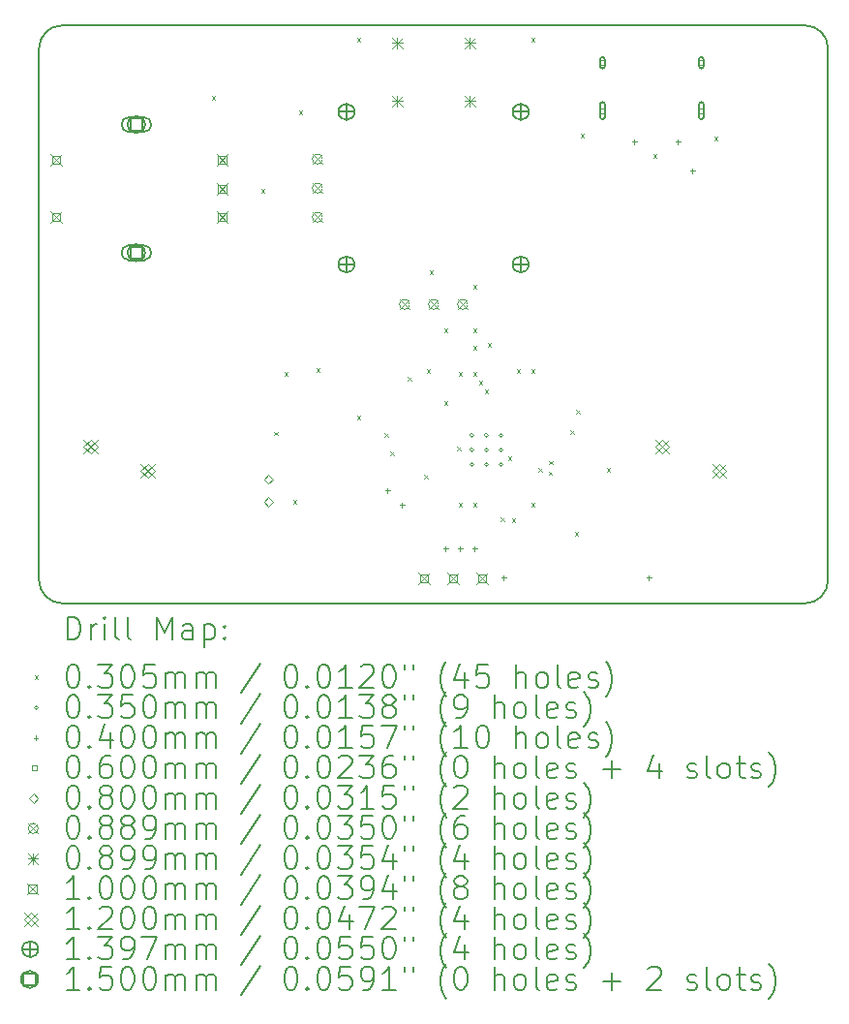
<source format=gbr>
%FSLAX45Y45*%
G04 Gerber Fmt 4.5, Leading zero omitted, Abs format (unit mm)*
G04 Created by KiCad (PCBNEW (6.0.0)) date 2021-12-27 13:21:02*
%MOMM*%
%LPD*%
G01*
G04 APERTURE LIST*
%TA.AperFunction,Profile*%
%ADD10C,0.150000*%
%TD*%
%ADD11C,0.200000*%
%ADD12C,0.030480*%
%ADD13C,0.035000*%
%ADD14C,0.040000*%
%ADD15C,0.060000*%
%ADD16C,0.080000*%
%ADD17C,0.088900*%
%ADD18C,0.089916*%
%ADD19C,0.100000*%
%ADD20C,0.120000*%
%ADD21C,0.139700*%
%ADD22C,0.150000*%
G04 APERTURE END LIST*
D10*
X6700000Y-5050000D02*
G75*
G03*
X6900000Y-4850000I0J200000D01*
G01*
X0Y-4850000D02*
G75*
G03*
X200000Y-5050000I200000J0D01*
G01*
X200000Y0D02*
G75*
G03*
X0Y-200000I0J-200000D01*
G01*
X6900000Y-200000D02*
G75*
G03*
X6700000Y0I-200000J0D01*
G01*
X0Y-4850000D02*
X0Y-200000D01*
X6700000Y-5050000D02*
X200000Y-5050000D01*
X6900000Y-200000D02*
X6900000Y-4850000D01*
X200000Y0D02*
X6700000Y0D01*
D11*
D12*
X1508760Y-619760D02*
X1539240Y-650240D01*
X1539240Y-619760D02*
X1508760Y-650240D01*
X1940560Y-1432560D02*
X1971040Y-1463040D01*
X1971040Y-1432560D02*
X1940560Y-1463040D01*
X2054660Y-3553260D02*
X2085140Y-3583740D01*
X2085140Y-3553260D02*
X2054660Y-3583740D01*
X2143760Y-3032760D02*
X2174240Y-3063240D01*
X2174240Y-3032760D02*
X2143760Y-3063240D01*
X2219960Y-4150360D02*
X2250440Y-4180840D01*
X2250440Y-4150360D02*
X2219960Y-4180840D01*
X2270760Y-746760D02*
X2301240Y-777240D01*
X2301240Y-746760D02*
X2270760Y-777240D01*
X2425760Y-2997760D02*
X2456240Y-3028240D01*
X2456240Y-2997760D02*
X2425760Y-3028240D01*
X2778760Y-111760D02*
X2809240Y-142240D01*
X2809240Y-111760D02*
X2778760Y-142240D01*
X2778760Y-3413760D02*
X2809240Y-3444240D01*
X2809240Y-3413760D02*
X2778760Y-3444240D01*
X3020060Y-3566160D02*
X3050540Y-3596640D01*
X3050540Y-3566160D02*
X3020060Y-3596640D01*
X3070860Y-3725064D02*
X3101340Y-3755544D01*
X3101340Y-3725064D02*
X3070860Y-3755544D01*
X3223260Y-3070860D02*
X3253740Y-3101340D01*
X3253740Y-3070860D02*
X3223260Y-3101340D01*
X3367047Y-3925847D02*
X3397527Y-3956327D01*
X3397527Y-3925847D02*
X3367047Y-3956327D01*
X3388360Y-3007360D02*
X3418840Y-3037840D01*
X3418840Y-3007360D02*
X3388360Y-3037840D01*
X3413760Y-2143760D02*
X3444240Y-2174240D01*
X3444240Y-2143760D02*
X3413760Y-2174240D01*
X3540760Y-2651760D02*
X3571240Y-2682240D01*
X3571240Y-2651760D02*
X3540760Y-2682240D01*
X3540760Y-3286760D02*
X3571240Y-3317240D01*
X3571240Y-3286760D02*
X3540760Y-3317240D01*
X3655060Y-3680460D02*
X3685540Y-3710940D01*
X3685540Y-3680460D02*
X3655060Y-3710940D01*
X3667760Y-3032760D02*
X3698240Y-3063240D01*
X3698240Y-3032760D02*
X3667760Y-3063240D01*
X3667763Y-4175760D02*
X3698243Y-4206240D01*
X3698243Y-4175760D02*
X3667763Y-4206240D01*
X3794758Y-2804001D02*
X3825238Y-2834481D01*
X3825238Y-2804001D02*
X3794758Y-2834481D01*
X3794760Y-2270760D02*
X3825240Y-2301240D01*
X3825240Y-2270760D02*
X3794760Y-2301240D01*
X3794760Y-2651760D02*
X3825240Y-2682240D01*
X3825240Y-2651760D02*
X3794760Y-2682240D01*
X3794760Y-3032760D02*
X3825240Y-3063240D01*
X3825240Y-3032760D02*
X3794760Y-3063240D01*
X3794760Y-4175760D02*
X3825240Y-4206240D01*
X3825240Y-4175760D02*
X3794760Y-4206240D01*
X3845560Y-3108960D02*
X3876040Y-3139440D01*
X3876040Y-3108960D02*
X3845560Y-3139440D01*
X3896360Y-3185160D02*
X3926840Y-3215640D01*
X3926840Y-3185160D02*
X3896360Y-3215640D01*
X3921760Y-2778760D02*
X3952240Y-2809240D01*
X3952240Y-2778760D02*
X3921760Y-2809240D01*
X4036360Y-4302763D02*
X4066840Y-4333243D01*
X4066840Y-4302763D02*
X4036360Y-4333243D01*
X4099560Y-3769360D02*
X4130040Y-3799840D01*
X4130040Y-3769360D02*
X4099560Y-3799840D01*
X4135760Y-4307760D02*
X4166240Y-4338240D01*
X4166240Y-4307760D02*
X4135760Y-4338240D01*
X4175760Y-3007360D02*
X4206240Y-3037840D01*
X4206240Y-3007360D02*
X4175760Y-3037840D01*
X4302760Y-111760D02*
X4333240Y-142240D01*
X4333240Y-111760D02*
X4302760Y-142240D01*
X4302760Y-3007360D02*
X4333240Y-3037840D01*
X4333240Y-3007360D02*
X4302760Y-3037840D01*
X4302760Y-4175760D02*
X4333240Y-4206240D01*
X4333240Y-4175760D02*
X4302760Y-4206240D01*
X4365760Y-3867760D02*
X4396240Y-3898240D01*
X4396240Y-3867760D02*
X4365760Y-3898240D01*
X4455760Y-3897760D02*
X4486240Y-3928240D01*
X4486240Y-3897760D02*
X4455760Y-3928240D01*
X4458960Y-3806260D02*
X4489440Y-3836740D01*
X4489440Y-3806260D02*
X4458960Y-3836740D01*
X4648260Y-3540760D02*
X4678740Y-3571240D01*
X4678740Y-3540760D02*
X4648260Y-3571240D01*
X4683760Y-4429760D02*
X4714240Y-4460240D01*
X4714240Y-4429760D02*
X4683760Y-4460240D01*
X4699060Y-3362960D02*
X4729540Y-3393440D01*
X4729540Y-3362960D02*
X4699060Y-3393440D01*
X4734560Y-949960D02*
X4765040Y-980440D01*
X4765040Y-949960D02*
X4734560Y-980440D01*
X4965760Y-3870960D02*
X4996240Y-3901440D01*
X4996240Y-3870960D02*
X4965760Y-3901440D01*
X5369560Y-1127760D02*
X5400040Y-1158240D01*
X5400040Y-1127760D02*
X5369560Y-1158240D01*
X5902960Y-975360D02*
X5933440Y-1005840D01*
X5933440Y-975360D02*
X5902960Y-1005840D01*
D13*
X3801600Y-3580900D02*
G75*
G03*
X3801600Y-3580900I-17500J0D01*
G01*
X3801600Y-3708400D02*
G75*
G03*
X3801600Y-3708400I-17500J0D01*
G01*
X3801600Y-3835900D02*
G75*
G03*
X3801600Y-3835900I-17500J0D01*
G01*
X3929100Y-3580900D02*
G75*
G03*
X3929100Y-3580900I-17500J0D01*
G01*
X3929100Y-3708400D02*
G75*
G03*
X3929100Y-3708400I-17500J0D01*
G01*
X3929100Y-3835900D02*
G75*
G03*
X3929100Y-3835900I-17500J0D01*
G01*
X4056600Y-3580900D02*
G75*
G03*
X4056600Y-3580900I-17500J0D01*
G01*
X4056600Y-3708400D02*
G75*
G03*
X4056600Y-3708400I-17500J0D01*
G01*
X4056600Y-3835900D02*
G75*
G03*
X4056600Y-3835900I-17500J0D01*
G01*
D14*
X3048000Y-4044000D02*
X3048000Y-4084000D01*
X3028000Y-4064000D02*
X3068000Y-4064000D01*
X3175000Y-4171000D02*
X3175000Y-4211000D01*
X3155000Y-4191000D02*
X3195000Y-4191000D01*
X3556000Y-4552000D02*
X3556000Y-4592000D01*
X3536000Y-4572000D02*
X3576000Y-4572000D01*
X3683000Y-4552000D02*
X3683000Y-4592000D01*
X3663000Y-4572000D02*
X3703000Y-4572000D01*
X3810000Y-4552000D02*
X3810000Y-4592000D01*
X3790000Y-4572000D02*
X3830000Y-4572000D01*
X4064000Y-4806000D02*
X4064000Y-4846000D01*
X4044000Y-4826000D02*
X4084000Y-4826000D01*
X5207000Y-996000D02*
X5207000Y-1036000D01*
X5187000Y-1016000D02*
X5227000Y-1016000D01*
X5334000Y-4806000D02*
X5334000Y-4846000D01*
X5314000Y-4826000D02*
X5354000Y-4826000D01*
X5588000Y-996000D02*
X5588000Y-1036000D01*
X5568000Y-1016000D02*
X5608000Y-1016000D01*
X5715000Y-1250000D02*
X5715000Y-1290000D01*
X5695000Y-1270000D02*
X5735000Y-1270000D01*
D15*
X4948613Y-348013D02*
X4948613Y-305587D01*
X4906187Y-305587D01*
X4906187Y-348013D01*
X4948613Y-348013D01*
D11*
X4907400Y-296800D02*
X4907400Y-356800D01*
X4947400Y-296800D02*
X4947400Y-356800D01*
X4907400Y-356800D02*
G75*
G03*
X4947400Y-356800I20000J0D01*
G01*
X4947400Y-296800D02*
G75*
G03*
X4907400Y-296800I-20000J0D01*
G01*
D15*
X4948613Y-766013D02*
X4948613Y-723587D01*
X4906187Y-723587D01*
X4906187Y-766013D01*
X4948613Y-766013D01*
D11*
X4907400Y-689800D02*
X4907400Y-799800D01*
X4947400Y-689800D02*
X4947400Y-799800D01*
X4907400Y-799800D02*
G75*
G03*
X4947400Y-799800I20000J0D01*
G01*
X4947400Y-689800D02*
G75*
G03*
X4907400Y-689800I-20000J0D01*
G01*
D15*
X5812613Y-348013D02*
X5812613Y-305587D01*
X5770187Y-305587D01*
X5770187Y-348013D01*
X5812613Y-348013D01*
D11*
X5771400Y-296800D02*
X5771400Y-356800D01*
X5811400Y-296800D02*
X5811400Y-356800D01*
X5771400Y-356800D02*
G75*
G03*
X5811400Y-356800I20000J0D01*
G01*
X5811400Y-296800D02*
G75*
G03*
X5771400Y-296800I-20000J0D01*
G01*
D15*
X5812613Y-766013D02*
X5812613Y-723587D01*
X5770187Y-723587D01*
X5770187Y-766013D01*
X5812613Y-766013D01*
D11*
X5771400Y-689800D02*
X5771400Y-799800D01*
X5811400Y-689800D02*
X5811400Y-799800D01*
X5771400Y-799800D02*
G75*
G03*
X5811400Y-799800I20000J0D01*
G01*
X5811400Y-689800D02*
G75*
G03*
X5771400Y-689800I-20000J0D01*
G01*
D16*
X2006600Y-4005600D02*
X2046600Y-3965600D01*
X2006600Y-3925600D01*
X1966600Y-3965600D01*
X2006600Y-4005600D01*
X2006600Y-4205600D02*
X2046600Y-4165600D01*
X2006600Y-4125600D01*
X1966600Y-4165600D01*
X2006600Y-4205600D01*
D17*
X2389550Y-1123950D02*
X2478450Y-1212850D01*
X2478450Y-1123950D02*
X2389550Y-1212850D01*
X2478450Y-1168400D02*
G75*
G03*
X2478450Y-1168400I-44450J0D01*
G01*
X2389550Y-1377950D02*
X2478450Y-1466850D01*
X2478450Y-1377950D02*
X2389550Y-1466850D01*
X2478450Y-1422400D02*
G75*
G03*
X2478450Y-1422400I-44450J0D01*
G01*
X2389550Y-1631950D02*
X2478450Y-1720850D01*
X2478450Y-1631950D02*
X2389550Y-1720850D01*
X2478450Y-1676400D02*
G75*
G03*
X2478450Y-1676400I-44450J0D01*
G01*
X3151550Y-2393950D02*
X3240450Y-2482850D01*
X3240450Y-2393950D02*
X3151550Y-2482850D01*
X3240450Y-2438400D02*
G75*
G03*
X3240450Y-2438400I-44450J0D01*
G01*
X3405550Y-2393950D02*
X3494450Y-2482850D01*
X3494450Y-2393950D02*
X3405550Y-2482850D01*
X3494450Y-2438400D02*
G75*
G03*
X3494450Y-2438400I-44450J0D01*
G01*
X3659550Y-2393950D02*
X3748450Y-2482850D01*
X3748450Y-2393950D02*
X3659550Y-2482850D01*
X3748450Y-2438400D02*
G75*
G03*
X3748450Y-2438400I-44450J0D01*
G01*
D18*
X3087542Y-107442D02*
X3177458Y-197358D01*
X3177458Y-107442D02*
X3087542Y-197358D01*
X3132500Y-107442D02*
X3132500Y-197358D01*
X3087542Y-152400D02*
X3177458Y-152400D01*
X3087542Y-615442D02*
X3177458Y-705358D01*
X3177458Y-615442D02*
X3087542Y-705358D01*
X3132500Y-615442D02*
X3132500Y-705358D01*
X3087542Y-660400D02*
X3177458Y-660400D01*
X3722542Y-107442D02*
X3812458Y-197358D01*
X3812458Y-107442D02*
X3722542Y-197358D01*
X3767500Y-107442D02*
X3767500Y-197358D01*
X3722542Y-152400D02*
X3812458Y-152400D01*
X3722542Y-615442D02*
X3812458Y-705358D01*
X3812458Y-615442D02*
X3722542Y-705358D01*
X3767500Y-615442D02*
X3767500Y-705358D01*
X3722542Y-660400D02*
X3812458Y-660400D01*
D19*
X101000Y-1126400D02*
X201000Y-1226400D01*
X201000Y-1126400D02*
X101000Y-1226400D01*
X186356Y-1211756D02*
X186356Y-1141044D01*
X115644Y-1141044D01*
X115644Y-1211756D01*
X186356Y-1211756D01*
X101000Y-1626400D02*
X201000Y-1726400D01*
X201000Y-1626400D02*
X101000Y-1726400D01*
X186356Y-1711756D02*
X186356Y-1641044D01*
X115644Y-1641044D01*
X115644Y-1711756D01*
X186356Y-1711756D01*
X1551000Y-1126400D02*
X1651000Y-1226400D01*
X1651000Y-1126400D02*
X1551000Y-1226400D01*
X1636356Y-1211756D02*
X1636356Y-1141044D01*
X1565644Y-1141044D01*
X1565644Y-1211756D01*
X1636356Y-1211756D01*
X1551000Y-1376400D02*
X1651000Y-1476400D01*
X1651000Y-1376400D02*
X1551000Y-1476400D01*
X1636356Y-1461756D02*
X1636356Y-1391044D01*
X1565644Y-1391044D01*
X1565644Y-1461756D01*
X1636356Y-1461756D01*
X1551000Y-1626400D02*
X1651000Y-1726400D01*
X1651000Y-1626400D02*
X1551000Y-1726400D01*
X1636356Y-1711756D02*
X1636356Y-1641044D01*
X1565644Y-1641044D01*
X1565644Y-1711756D01*
X1636356Y-1711756D01*
X3315500Y-4783000D02*
X3415500Y-4883000D01*
X3415500Y-4783000D02*
X3315500Y-4883000D01*
X3400856Y-4868356D02*
X3400856Y-4797644D01*
X3330144Y-4797644D01*
X3330144Y-4868356D01*
X3400856Y-4868356D01*
X3569500Y-4783000D02*
X3669500Y-4883000D01*
X3669500Y-4783000D02*
X3569500Y-4883000D01*
X3654856Y-4868356D02*
X3654856Y-4797644D01*
X3584144Y-4797644D01*
X3584144Y-4868356D01*
X3654856Y-4868356D01*
X3823500Y-4783000D02*
X3923500Y-4883000D01*
X3923500Y-4783000D02*
X3823500Y-4883000D01*
X3908856Y-4868356D02*
X3908856Y-4797644D01*
X3838144Y-4797644D01*
X3838144Y-4868356D01*
X3908856Y-4868356D01*
D20*
X390000Y-3620000D02*
X510000Y-3740000D01*
X510000Y-3620000D02*
X390000Y-3740000D01*
X450000Y-3740000D02*
X510000Y-3680000D01*
X450000Y-3620000D01*
X390000Y-3680000D01*
X450000Y-3740000D01*
X890000Y-3830000D02*
X1010000Y-3950000D01*
X1010000Y-3830000D02*
X890000Y-3950000D01*
X950000Y-3950000D02*
X1010000Y-3890000D01*
X950000Y-3830000D01*
X890000Y-3890000D01*
X950000Y-3950000D01*
X5390000Y-3620000D02*
X5510000Y-3740000D01*
X5510000Y-3620000D02*
X5390000Y-3740000D01*
X5450000Y-3740000D02*
X5510000Y-3680000D01*
X5450000Y-3620000D01*
X5390000Y-3680000D01*
X5450000Y-3740000D01*
X5890000Y-3830000D02*
X6010000Y-3950000D01*
X6010000Y-3830000D02*
X5890000Y-3950000D01*
X5950000Y-3950000D02*
X6010000Y-3890000D01*
X5950000Y-3830000D01*
X5890000Y-3890000D01*
X5950000Y-3950000D01*
D21*
X2688000Y-685800D02*
X2688000Y-825500D01*
X2618150Y-755650D02*
X2757850Y-755650D01*
X2757850Y-755650D02*
G75*
G03*
X2757850Y-755650I-69850J0D01*
G01*
X2688000Y-2019300D02*
X2688000Y-2159000D01*
X2618150Y-2089150D02*
X2757850Y-2089150D01*
X2757850Y-2089150D02*
G75*
G03*
X2757850Y-2089150I-69850J0D01*
G01*
X4212000Y-685800D02*
X4212000Y-825500D01*
X4142150Y-755650D02*
X4281850Y-755650D01*
X4281850Y-755650D02*
G75*
G03*
X4281850Y-755650I-69850J0D01*
G01*
X4212000Y-2019300D02*
X4212000Y-2159000D01*
X4142150Y-2089150D02*
X4281850Y-2089150D01*
X4281850Y-2089150D02*
G75*
G03*
X4281850Y-2089150I-69850J0D01*
G01*
D22*
X904033Y-919433D02*
X904033Y-813366D01*
X797966Y-813366D01*
X797966Y-919433D01*
X904033Y-919433D01*
X926000Y-866400D02*
G75*
G03*
X926000Y-866400I-75000J0D01*
G01*
D11*
X916000Y-801400D02*
X786000Y-801400D01*
X916000Y-931400D02*
X786000Y-931400D01*
X786000Y-801400D02*
G75*
G03*
X786000Y-931400I0J-65000D01*
G01*
X916000Y-931400D02*
G75*
G03*
X916000Y-801400I0J65000D01*
G01*
D22*
X904033Y-2039433D02*
X904033Y-1933366D01*
X797966Y-1933366D01*
X797966Y-2039433D01*
X904033Y-2039433D01*
X926000Y-1986400D02*
G75*
G03*
X926000Y-1986400I-75000J0D01*
G01*
D11*
X916000Y-1921400D02*
X786000Y-1921400D01*
X916000Y-2051400D02*
X786000Y-2051400D01*
X786000Y-1921400D02*
G75*
G03*
X786000Y-2051400I0J-65000D01*
G01*
X916000Y-2051400D02*
G75*
G03*
X916000Y-1921400I0J65000D01*
G01*
X250119Y-5367976D02*
X250119Y-5167976D01*
X297738Y-5167976D01*
X326310Y-5177500D01*
X345357Y-5196548D01*
X354881Y-5215595D01*
X364405Y-5253690D01*
X364405Y-5282262D01*
X354881Y-5320357D01*
X345357Y-5339405D01*
X326310Y-5358452D01*
X297738Y-5367976D01*
X250119Y-5367976D01*
X450119Y-5367976D02*
X450119Y-5234643D01*
X450119Y-5272738D02*
X459643Y-5253690D01*
X469167Y-5244167D01*
X488214Y-5234643D01*
X507262Y-5234643D01*
X573929Y-5367976D02*
X573929Y-5234643D01*
X573929Y-5167976D02*
X564405Y-5177500D01*
X573929Y-5187024D01*
X583452Y-5177500D01*
X573929Y-5167976D01*
X573929Y-5187024D01*
X697738Y-5367976D02*
X678690Y-5358452D01*
X669167Y-5339405D01*
X669167Y-5167976D01*
X802500Y-5367976D02*
X783452Y-5358452D01*
X773928Y-5339405D01*
X773928Y-5167976D01*
X1031071Y-5367976D02*
X1031071Y-5167976D01*
X1097738Y-5310833D01*
X1164405Y-5167976D01*
X1164405Y-5367976D01*
X1345357Y-5367976D02*
X1345357Y-5263214D01*
X1335833Y-5244167D01*
X1316786Y-5234643D01*
X1278690Y-5234643D01*
X1259643Y-5244167D01*
X1345357Y-5358452D02*
X1326310Y-5367976D01*
X1278690Y-5367976D01*
X1259643Y-5358452D01*
X1250119Y-5339405D01*
X1250119Y-5320357D01*
X1259643Y-5301310D01*
X1278690Y-5291786D01*
X1326310Y-5291786D01*
X1345357Y-5282262D01*
X1440595Y-5234643D02*
X1440595Y-5434643D01*
X1440595Y-5244167D02*
X1459643Y-5234643D01*
X1497738Y-5234643D01*
X1516786Y-5244167D01*
X1526309Y-5253690D01*
X1535833Y-5272738D01*
X1535833Y-5329881D01*
X1526309Y-5348929D01*
X1516786Y-5358452D01*
X1497738Y-5367976D01*
X1459643Y-5367976D01*
X1440595Y-5358452D01*
X1621548Y-5348929D02*
X1631071Y-5358452D01*
X1621548Y-5367976D01*
X1612024Y-5358452D01*
X1621548Y-5348929D01*
X1621548Y-5367976D01*
X1621548Y-5244167D02*
X1631071Y-5253690D01*
X1621548Y-5263214D01*
X1612024Y-5253690D01*
X1621548Y-5244167D01*
X1621548Y-5263214D01*
D12*
X-37980Y-5682260D02*
X-7500Y-5712740D01*
X-7500Y-5682260D02*
X-37980Y-5712740D01*
D11*
X288214Y-5587976D02*
X307262Y-5587976D01*
X326310Y-5597500D01*
X335833Y-5607024D01*
X345357Y-5626071D01*
X354881Y-5664167D01*
X354881Y-5711786D01*
X345357Y-5749881D01*
X335833Y-5768928D01*
X326310Y-5778452D01*
X307262Y-5787976D01*
X288214Y-5787976D01*
X269167Y-5778452D01*
X259643Y-5768928D01*
X250119Y-5749881D01*
X240595Y-5711786D01*
X240595Y-5664167D01*
X250119Y-5626071D01*
X259643Y-5607024D01*
X269167Y-5597500D01*
X288214Y-5587976D01*
X440595Y-5768928D02*
X450119Y-5778452D01*
X440595Y-5787976D01*
X431071Y-5778452D01*
X440595Y-5768928D01*
X440595Y-5787976D01*
X516786Y-5587976D02*
X640595Y-5587976D01*
X573929Y-5664167D01*
X602500Y-5664167D01*
X621548Y-5673690D01*
X631071Y-5683214D01*
X640595Y-5702262D01*
X640595Y-5749881D01*
X631071Y-5768928D01*
X621548Y-5778452D01*
X602500Y-5787976D01*
X545357Y-5787976D01*
X526310Y-5778452D01*
X516786Y-5768928D01*
X764405Y-5587976D02*
X783452Y-5587976D01*
X802500Y-5597500D01*
X812024Y-5607024D01*
X821548Y-5626071D01*
X831071Y-5664167D01*
X831071Y-5711786D01*
X821548Y-5749881D01*
X812024Y-5768928D01*
X802500Y-5778452D01*
X783452Y-5787976D01*
X764405Y-5787976D01*
X745357Y-5778452D01*
X735833Y-5768928D01*
X726309Y-5749881D01*
X716786Y-5711786D01*
X716786Y-5664167D01*
X726309Y-5626071D01*
X735833Y-5607024D01*
X745357Y-5597500D01*
X764405Y-5587976D01*
X1012024Y-5587976D02*
X916786Y-5587976D01*
X907262Y-5683214D01*
X916786Y-5673690D01*
X935833Y-5664167D01*
X983452Y-5664167D01*
X1002500Y-5673690D01*
X1012024Y-5683214D01*
X1021548Y-5702262D01*
X1021548Y-5749881D01*
X1012024Y-5768928D01*
X1002500Y-5778452D01*
X983452Y-5787976D01*
X935833Y-5787976D01*
X916786Y-5778452D01*
X907262Y-5768928D01*
X1107262Y-5787976D02*
X1107262Y-5654643D01*
X1107262Y-5673690D02*
X1116786Y-5664167D01*
X1135833Y-5654643D01*
X1164405Y-5654643D01*
X1183452Y-5664167D01*
X1192976Y-5683214D01*
X1192976Y-5787976D01*
X1192976Y-5683214D02*
X1202500Y-5664167D01*
X1221548Y-5654643D01*
X1250119Y-5654643D01*
X1269167Y-5664167D01*
X1278690Y-5683214D01*
X1278690Y-5787976D01*
X1373929Y-5787976D02*
X1373929Y-5654643D01*
X1373929Y-5673690D02*
X1383452Y-5664167D01*
X1402500Y-5654643D01*
X1431071Y-5654643D01*
X1450119Y-5664167D01*
X1459643Y-5683214D01*
X1459643Y-5787976D01*
X1459643Y-5683214D02*
X1469167Y-5664167D01*
X1488214Y-5654643D01*
X1516786Y-5654643D01*
X1535833Y-5664167D01*
X1545357Y-5683214D01*
X1545357Y-5787976D01*
X1935833Y-5578452D02*
X1764405Y-5835595D01*
X2192976Y-5587976D02*
X2212024Y-5587976D01*
X2231071Y-5597500D01*
X2240595Y-5607024D01*
X2250119Y-5626071D01*
X2259643Y-5664167D01*
X2259643Y-5711786D01*
X2250119Y-5749881D01*
X2240595Y-5768928D01*
X2231071Y-5778452D01*
X2212024Y-5787976D01*
X2192976Y-5787976D01*
X2173929Y-5778452D01*
X2164405Y-5768928D01*
X2154881Y-5749881D01*
X2145357Y-5711786D01*
X2145357Y-5664167D01*
X2154881Y-5626071D01*
X2164405Y-5607024D01*
X2173929Y-5597500D01*
X2192976Y-5587976D01*
X2345357Y-5768928D02*
X2354881Y-5778452D01*
X2345357Y-5787976D01*
X2335833Y-5778452D01*
X2345357Y-5768928D01*
X2345357Y-5787976D01*
X2478690Y-5587976D02*
X2497738Y-5587976D01*
X2516786Y-5597500D01*
X2526310Y-5607024D01*
X2535833Y-5626071D01*
X2545357Y-5664167D01*
X2545357Y-5711786D01*
X2535833Y-5749881D01*
X2526310Y-5768928D01*
X2516786Y-5778452D01*
X2497738Y-5787976D01*
X2478690Y-5787976D01*
X2459643Y-5778452D01*
X2450119Y-5768928D01*
X2440595Y-5749881D01*
X2431071Y-5711786D01*
X2431071Y-5664167D01*
X2440595Y-5626071D01*
X2450119Y-5607024D01*
X2459643Y-5597500D01*
X2478690Y-5587976D01*
X2735833Y-5787976D02*
X2621548Y-5787976D01*
X2678690Y-5787976D02*
X2678690Y-5587976D01*
X2659643Y-5616548D01*
X2640595Y-5635595D01*
X2621548Y-5645119D01*
X2812024Y-5607024D02*
X2821548Y-5597500D01*
X2840595Y-5587976D01*
X2888214Y-5587976D01*
X2907262Y-5597500D01*
X2916786Y-5607024D01*
X2926309Y-5626071D01*
X2926309Y-5645119D01*
X2916786Y-5673690D01*
X2802500Y-5787976D01*
X2926309Y-5787976D01*
X3050119Y-5587976D02*
X3069167Y-5587976D01*
X3088214Y-5597500D01*
X3097738Y-5607024D01*
X3107262Y-5626071D01*
X3116786Y-5664167D01*
X3116786Y-5711786D01*
X3107262Y-5749881D01*
X3097738Y-5768928D01*
X3088214Y-5778452D01*
X3069167Y-5787976D01*
X3050119Y-5787976D01*
X3031071Y-5778452D01*
X3021548Y-5768928D01*
X3012024Y-5749881D01*
X3002500Y-5711786D01*
X3002500Y-5664167D01*
X3012024Y-5626071D01*
X3021548Y-5607024D01*
X3031071Y-5597500D01*
X3050119Y-5587976D01*
X3192976Y-5587976D02*
X3192976Y-5626071D01*
X3269167Y-5587976D02*
X3269167Y-5626071D01*
X3564405Y-5864167D02*
X3554881Y-5854643D01*
X3535833Y-5826071D01*
X3526309Y-5807024D01*
X3516786Y-5778452D01*
X3507262Y-5730833D01*
X3507262Y-5692738D01*
X3516786Y-5645119D01*
X3526309Y-5616548D01*
X3535833Y-5597500D01*
X3554881Y-5568929D01*
X3564405Y-5559405D01*
X3726309Y-5654643D02*
X3726309Y-5787976D01*
X3678690Y-5578452D02*
X3631071Y-5721309D01*
X3754881Y-5721309D01*
X3926309Y-5587976D02*
X3831071Y-5587976D01*
X3821548Y-5683214D01*
X3831071Y-5673690D01*
X3850119Y-5664167D01*
X3897738Y-5664167D01*
X3916786Y-5673690D01*
X3926309Y-5683214D01*
X3935833Y-5702262D01*
X3935833Y-5749881D01*
X3926309Y-5768928D01*
X3916786Y-5778452D01*
X3897738Y-5787976D01*
X3850119Y-5787976D01*
X3831071Y-5778452D01*
X3821548Y-5768928D01*
X4173928Y-5787976D02*
X4173928Y-5587976D01*
X4259643Y-5787976D02*
X4259643Y-5683214D01*
X4250119Y-5664167D01*
X4231071Y-5654643D01*
X4202500Y-5654643D01*
X4183452Y-5664167D01*
X4173928Y-5673690D01*
X4383452Y-5787976D02*
X4364405Y-5778452D01*
X4354881Y-5768928D01*
X4345357Y-5749881D01*
X4345357Y-5692738D01*
X4354881Y-5673690D01*
X4364405Y-5664167D01*
X4383452Y-5654643D01*
X4412024Y-5654643D01*
X4431071Y-5664167D01*
X4440595Y-5673690D01*
X4450119Y-5692738D01*
X4450119Y-5749881D01*
X4440595Y-5768928D01*
X4431071Y-5778452D01*
X4412024Y-5787976D01*
X4383452Y-5787976D01*
X4564405Y-5787976D02*
X4545357Y-5778452D01*
X4535833Y-5759405D01*
X4535833Y-5587976D01*
X4716786Y-5778452D02*
X4697738Y-5787976D01*
X4659643Y-5787976D01*
X4640595Y-5778452D01*
X4631071Y-5759405D01*
X4631071Y-5683214D01*
X4640595Y-5664167D01*
X4659643Y-5654643D01*
X4697738Y-5654643D01*
X4716786Y-5664167D01*
X4726310Y-5683214D01*
X4726310Y-5702262D01*
X4631071Y-5721309D01*
X4802500Y-5778452D02*
X4821548Y-5787976D01*
X4859643Y-5787976D01*
X4878690Y-5778452D01*
X4888214Y-5759405D01*
X4888214Y-5749881D01*
X4878690Y-5730833D01*
X4859643Y-5721309D01*
X4831071Y-5721309D01*
X4812024Y-5711786D01*
X4802500Y-5692738D01*
X4802500Y-5683214D01*
X4812024Y-5664167D01*
X4831071Y-5654643D01*
X4859643Y-5654643D01*
X4878690Y-5664167D01*
X4954881Y-5864167D02*
X4964405Y-5854643D01*
X4983452Y-5826071D01*
X4992976Y-5807024D01*
X5002500Y-5778452D01*
X5012024Y-5730833D01*
X5012024Y-5692738D01*
X5002500Y-5645119D01*
X4992976Y-5616548D01*
X4983452Y-5597500D01*
X4964405Y-5568929D01*
X4954881Y-5559405D01*
D13*
X-7500Y-5961500D02*
G75*
G03*
X-7500Y-5961500I-17500J0D01*
G01*
D11*
X288214Y-5851976D02*
X307262Y-5851976D01*
X326310Y-5861500D01*
X335833Y-5871024D01*
X345357Y-5890071D01*
X354881Y-5928167D01*
X354881Y-5975786D01*
X345357Y-6013881D01*
X335833Y-6032928D01*
X326310Y-6042452D01*
X307262Y-6051976D01*
X288214Y-6051976D01*
X269167Y-6042452D01*
X259643Y-6032928D01*
X250119Y-6013881D01*
X240595Y-5975786D01*
X240595Y-5928167D01*
X250119Y-5890071D01*
X259643Y-5871024D01*
X269167Y-5861500D01*
X288214Y-5851976D01*
X440595Y-6032928D02*
X450119Y-6042452D01*
X440595Y-6051976D01*
X431071Y-6042452D01*
X440595Y-6032928D01*
X440595Y-6051976D01*
X516786Y-5851976D02*
X640595Y-5851976D01*
X573929Y-5928167D01*
X602500Y-5928167D01*
X621548Y-5937690D01*
X631071Y-5947214D01*
X640595Y-5966262D01*
X640595Y-6013881D01*
X631071Y-6032928D01*
X621548Y-6042452D01*
X602500Y-6051976D01*
X545357Y-6051976D01*
X526310Y-6042452D01*
X516786Y-6032928D01*
X821548Y-5851976D02*
X726309Y-5851976D01*
X716786Y-5947214D01*
X726309Y-5937690D01*
X745357Y-5928167D01*
X792976Y-5928167D01*
X812024Y-5937690D01*
X821548Y-5947214D01*
X831071Y-5966262D01*
X831071Y-6013881D01*
X821548Y-6032928D01*
X812024Y-6042452D01*
X792976Y-6051976D01*
X745357Y-6051976D01*
X726309Y-6042452D01*
X716786Y-6032928D01*
X954881Y-5851976D02*
X973928Y-5851976D01*
X992976Y-5861500D01*
X1002500Y-5871024D01*
X1012024Y-5890071D01*
X1021548Y-5928167D01*
X1021548Y-5975786D01*
X1012024Y-6013881D01*
X1002500Y-6032928D01*
X992976Y-6042452D01*
X973928Y-6051976D01*
X954881Y-6051976D01*
X935833Y-6042452D01*
X926309Y-6032928D01*
X916786Y-6013881D01*
X907262Y-5975786D01*
X907262Y-5928167D01*
X916786Y-5890071D01*
X926309Y-5871024D01*
X935833Y-5861500D01*
X954881Y-5851976D01*
X1107262Y-6051976D02*
X1107262Y-5918643D01*
X1107262Y-5937690D02*
X1116786Y-5928167D01*
X1135833Y-5918643D01*
X1164405Y-5918643D01*
X1183452Y-5928167D01*
X1192976Y-5947214D01*
X1192976Y-6051976D01*
X1192976Y-5947214D02*
X1202500Y-5928167D01*
X1221548Y-5918643D01*
X1250119Y-5918643D01*
X1269167Y-5928167D01*
X1278690Y-5947214D01*
X1278690Y-6051976D01*
X1373929Y-6051976D02*
X1373929Y-5918643D01*
X1373929Y-5937690D02*
X1383452Y-5928167D01*
X1402500Y-5918643D01*
X1431071Y-5918643D01*
X1450119Y-5928167D01*
X1459643Y-5947214D01*
X1459643Y-6051976D01*
X1459643Y-5947214D02*
X1469167Y-5928167D01*
X1488214Y-5918643D01*
X1516786Y-5918643D01*
X1535833Y-5928167D01*
X1545357Y-5947214D01*
X1545357Y-6051976D01*
X1935833Y-5842452D02*
X1764405Y-6099595D01*
X2192976Y-5851976D02*
X2212024Y-5851976D01*
X2231071Y-5861500D01*
X2240595Y-5871024D01*
X2250119Y-5890071D01*
X2259643Y-5928167D01*
X2259643Y-5975786D01*
X2250119Y-6013881D01*
X2240595Y-6032928D01*
X2231071Y-6042452D01*
X2212024Y-6051976D01*
X2192976Y-6051976D01*
X2173929Y-6042452D01*
X2164405Y-6032928D01*
X2154881Y-6013881D01*
X2145357Y-5975786D01*
X2145357Y-5928167D01*
X2154881Y-5890071D01*
X2164405Y-5871024D01*
X2173929Y-5861500D01*
X2192976Y-5851976D01*
X2345357Y-6032928D02*
X2354881Y-6042452D01*
X2345357Y-6051976D01*
X2335833Y-6042452D01*
X2345357Y-6032928D01*
X2345357Y-6051976D01*
X2478690Y-5851976D02*
X2497738Y-5851976D01*
X2516786Y-5861500D01*
X2526310Y-5871024D01*
X2535833Y-5890071D01*
X2545357Y-5928167D01*
X2545357Y-5975786D01*
X2535833Y-6013881D01*
X2526310Y-6032928D01*
X2516786Y-6042452D01*
X2497738Y-6051976D01*
X2478690Y-6051976D01*
X2459643Y-6042452D01*
X2450119Y-6032928D01*
X2440595Y-6013881D01*
X2431071Y-5975786D01*
X2431071Y-5928167D01*
X2440595Y-5890071D01*
X2450119Y-5871024D01*
X2459643Y-5861500D01*
X2478690Y-5851976D01*
X2735833Y-6051976D02*
X2621548Y-6051976D01*
X2678690Y-6051976D02*
X2678690Y-5851976D01*
X2659643Y-5880548D01*
X2640595Y-5899595D01*
X2621548Y-5909119D01*
X2802500Y-5851976D02*
X2926309Y-5851976D01*
X2859643Y-5928167D01*
X2888214Y-5928167D01*
X2907262Y-5937690D01*
X2916786Y-5947214D01*
X2926309Y-5966262D01*
X2926309Y-6013881D01*
X2916786Y-6032928D01*
X2907262Y-6042452D01*
X2888214Y-6051976D01*
X2831071Y-6051976D01*
X2812024Y-6042452D01*
X2802500Y-6032928D01*
X3040595Y-5937690D02*
X3021548Y-5928167D01*
X3012024Y-5918643D01*
X3002500Y-5899595D01*
X3002500Y-5890071D01*
X3012024Y-5871024D01*
X3021548Y-5861500D01*
X3040595Y-5851976D01*
X3078690Y-5851976D01*
X3097738Y-5861500D01*
X3107262Y-5871024D01*
X3116786Y-5890071D01*
X3116786Y-5899595D01*
X3107262Y-5918643D01*
X3097738Y-5928167D01*
X3078690Y-5937690D01*
X3040595Y-5937690D01*
X3021548Y-5947214D01*
X3012024Y-5956738D01*
X3002500Y-5975786D01*
X3002500Y-6013881D01*
X3012024Y-6032928D01*
X3021548Y-6042452D01*
X3040595Y-6051976D01*
X3078690Y-6051976D01*
X3097738Y-6042452D01*
X3107262Y-6032928D01*
X3116786Y-6013881D01*
X3116786Y-5975786D01*
X3107262Y-5956738D01*
X3097738Y-5947214D01*
X3078690Y-5937690D01*
X3192976Y-5851976D02*
X3192976Y-5890071D01*
X3269167Y-5851976D02*
X3269167Y-5890071D01*
X3564405Y-6128167D02*
X3554881Y-6118643D01*
X3535833Y-6090071D01*
X3526309Y-6071024D01*
X3516786Y-6042452D01*
X3507262Y-5994833D01*
X3507262Y-5956738D01*
X3516786Y-5909119D01*
X3526309Y-5880548D01*
X3535833Y-5861500D01*
X3554881Y-5832928D01*
X3564405Y-5823405D01*
X3650119Y-6051976D02*
X3688214Y-6051976D01*
X3707262Y-6042452D01*
X3716786Y-6032928D01*
X3735833Y-6004357D01*
X3745357Y-5966262D01*
X3745357Y-5890071D01*
X3735833Y-5871024D01*
X3726309Y-5861500D01*
X3707262Y-5851976D01*
X3669167Y-5851976D01*
X3650119Y-5861500D01*
X3640595Y-5871024D01*
X3631071Y-5890071D01*
X3631071Y-5937690D01*
X3640595Y-5956738D01*
X3650119Y-5966262D01*
X3669167Y-5975786D01*
X3707262Y-5975786D01*
X3726309Y-5966262D01*
X3735833Y-5956738D01*
X3745357Y-5937690D01*
X3983452Y-6051976D02*
X3983452Y-5851976D01*
X4069167Y-6051976D02*
X4069167Y-5947214D01*
X4059643Y-5928167D01*
X4040595Y-5918643D01*
X4012024Y-5918643D01*
X3992976Y-5928167D01*
X3983452Y-5937690D01*
X4192976Y-6051976D02*
X4173928Y-6042452D01*
X4164405Y-6032928D01*
X4154881Y-6013881D01*
X4154881Y-5956738D01*
X4164405Y-5937690D01*
X4173928Y-5928167D01*
X4192976Y-5918643D01*
X4221548Y-5918643D01*
X4240595Y-5928167D01*
X4250119Y-5937690D01*
X4259643Y-5956738D01*
X4259643Y-6013881D01*
X4250119Y-6032928D01*
X4240595Y-6042452D01*
X4221548Y-6051976D01*
X4192976Y-6051976D01*
X4373929Y-6051976D02*
X4354881Y-6042452D01*
X4345357Y-6023405D01*
X4345357Y-5851976D01*
X4526310Y-6042452D02*
X4507262Y-6051976D01*
X4469167Y-6051976D01*
X4450119Y-6042452D01*
X4440595Y-6023405D01*
X4440595Y-5947214D01*
X4450119Y-5928167D01*
X4469167Y-5918643D01*
X4507262Y-5918643D01*
X4526310Y-5928167D01*
X4535833Y-5947214D01*
X4535833Y-5966262D01*
X4440595Y-5985309D01*
X4612024Y-6042452D02*
X4631071Y-6051976D01*
X4669167Y-6051976D01*
X4688214Y-6042452D01*
X4697738Y-6023405D01*
X4697738Y-6013881D01*
X4688214Y-5994833D01*
X4669167Y-5985309D01*
X4640595Y-5985309D01*
X4621548Y-5975786D01*
X4612024Y-5956738D01*
X4612024Y-5947214D01*
X4621548Y-5928167D01*
X4640595Y-5918643D01*
X4669167Y-5918643D01*
X4688214Y-5928167D01*
X4764405Y-6128167D02*
X4773929Y-6118643D01*
X4792976Y-6090071D01*
X4802500Y-6071024D01*
X4812024Y-6042452D01*
X4821548Y-5994833D01*
X4821548Y-5956738D01*
X4812024Y-5909119D01*
X4802500Y-5880548D01*
X4792976Y-5861500D01*
X4773929Y-5832928D01*
X4764405Y-5823405D01*
D14*
X-27500Y-6205500D02*
X-27500Y-6245500D01*
X-47500Y-6225500D02*
X-7500Y-6225500D01*
D11*
X288214Y-6115976D02*
X307262Y-6115976D01*
X326310Y-6125500D01*
X335833Y-6135024D01*
X345357Y-6154071D01*
X354881Y-6192167D01*
X354881Y-6239786D01*
X345357Y-6277881D01*
X335833Y-6296928D01*
X326310Y-6306452D01*
X307262Y-6315976D01*
X288214Y-6315976D01*
X269167Y-6306452D01*
X259643Y-6296928D01*
X250119Y-6277881D01*
X240595Y-6239786D01*
X240595Y-6192167D01*
X250119Y-6154071D01*
X259643Y-6135024D01*
X269167Y-6125500D01*
X288214Y-6115976D01*
X440595Y-6296928D02*
X450119Y-6306452D01*
X440595Y-6315976D01*
X431071Y-6306452D01*
X440595Y-6296928D01*
X440595Y-6315976D01*
X621548Y-6182643D02*
X621548Y-6315976D01*
X573929Y-6106452D02*
X526310Y-6249309D01*
X650119Y-6249309D01*
X764405Y-6115976D02*
X783452Y-6115976D01*
X802500Y-6125500D01*
X812024Y-6135024D01*
X821548Y-6154071D01*
X831071Y-6192167D01*
X831071Y-6239786D01*
X821548Y-6277881D01*
X812024Y-6296928D01*
X802500Y-6306452D01*
X783452Y-6315976D01*
X764405Y-6315976D01*
X745357Y-6306452D01*
X735833Y-6296928D01*
X726309Y-6277881D01*
X716786Y-6239786D01*
X716786Y-6192167D01*
X726309Y-6154071D01*
X735833Y-6135024D01*
X745357Y-6125500D01*
X764405Y-6115976D01*
X954881Y-6115976D02*
X973928Y-6115976D01*
X992976Y-6125500D01*
X1002500Y-6135024D01*
X1012024Y-6154071D01*
X1021548Y-6192167D01*
X1021548Y-6239786D01*
X1012024Y-6277881D01*
X1002500Y-6296928D01*
X992976Y-6306452D01*
X973928Y-6315976D01*
X954881Y-6315976D01*
X935833Y-6306452D01*
X926309Y-6296928D01*
X916786Y-6277881D01*
X907262Y-6239786D01*
X907262Y-6192167D01*
X916786Y-6154071D01*
X926309Y-6135024D01*
X935833Y-6125500D01*
X954881Y-6115976D01*
X1107262Y-6315976D02*
X1107262Y-6182643D01*
X1107262Y-6201690D02*
X1116786Y-6192167D01*
X1135833Y-6182643D01*
X1164405Y-6182643D01*
X1183452Y-6192167D01*
X1192976Y-6211214D01*
X1192976Y-6315976D01*
X1192976Y-6211214D02*
X1202500Y-6192167D01*
X1221548Y-6182643D01*
X1250119Y-6182643D01*
X1269167Y-6192167D01*
X1278690Y-6211214D01*
X1278690Y-6315976D01*
X1373929Y-6315976D02*
X1373929Y-6182643D01*
X1373929Y-6201690D02*
X1383452Y-6192167D01*
X1402500Y-6182643D01*
X1431071Y-6182643D01*
X1450119Y-6192167D01*
X1459643Y-6211214D01*
X1459643Y-6315976D01*
X1459643Y-6211214D02*
X1469167Y-6192167D01*
X1488214Y-6182643D01*
X1516786Y-6182643D01*
X1535833Y-6192167D01*
X1545357Y-6211214D01*
X1545357Y-6315976D01*
X1935833Y-6106452D02*
X1764405Y-6363595D01*
X2192976Y-6115976D02*
X2212024Y-6115976D01*
X2231071Y-6125500D01*
X2240595Y-6135024D01*
X2250119Y-6154071D01*
X2259643Y-6192167D01*
X2259643Y-6239786D01*
X2250119Y-6277881D01*
X2240595Y-6296928D01*
X2231071Y-6306452D01*
X2212024Y-6315976D01*
X2192976Y-6315976D01*
X2173929Y-6306452D01*
X2164405Y-6296928D01*
X2154881Y-6277881D01*
X2145357Y-6239786D01*
X2145357Y-6192167D01*
X2154881Y-6154071D01*
X2164405Y-6135024D01*
X2173929Y-6125500D01*
X2192976Y-6115976D01*
X2345357Y-6296928D02*
X2354881Y-6306452D01*
X2345357Y-6315976D01*
X2335833Y-6306452D01*
X2345357Y-6296928D01*
X2345357Y-6315976D01*
X2478690Y-6115976D02*
X2497738Y-6115976D01*
X2516786Y-6125500D01*
X2526310Y-6135024D01*
X2535833Y-6154071D01*
X2545357Y-6192167D01*
X2545357Y-6239786D01*
X2535833Y-6277881D01*
X2526310Y-6296928D01*
X2516786Y-6306452D01*
X2497738Y-6315976D01*
X2478690Y-6315976D01*
X2459643Y-6306452D01*
X2450119Y-6296928D01*
X2440595Y-6277881D01*
X2431071Y-6239786D01*
X2431071Y-6192167D01*
X2440595Y-6154071D01*
X2450119Y-6135024D01*
X2459643Y-6125500D01*
X2478690Y-6115976D01*
X2735833Y-6315976D02*
X2621548Y-6315976D01*
X2678690Y-6315976D02*
X2678690Y-6115976D01*
X2659643Y-6144548D01*
X2640595Y-6163595D01*
X2621548Y-6173119D01*
X2916786Y-6115976D02*
X2821548Y-6115976D01*
X2812024Y-6211214D01*
X2821548Y-6201690D01*
X2840595Y-6192167D01*
X2888214Y-6192167D01*
X2907262Y-6201690D01*
X2916786Y-6211214D01*
X2926309Y-6230262D01*
X2926309Y-6277881D01*
X2916786Y-6296928D01*
X2907262Y-6306452D01*
X2888214Y-6315976D01*
X2840595Y-6315976D01*
X2821548Y-6306452D01*
X2812024Y-6296928D01*
X2992976Y-6115976D02*
X3126309Y-6115976D01*
X3040595Y-6315976D01*
X3192976Y-6115976D02*
X3192976Y-6154071D01*
X3269167Y-6115976D02*
X3269167Y-6154071D01*
X3564405Y-6392167D02*
X3554881Y-6382643D01*
X3535833Y-6354071D01*
X3526309Y-6335024D01*
X3516786Y-6306452D01*
X3507262Y-6258833D01*
X3507262Y-6220738D01*
X3516786Y-6173119D01*
X3526309Y-6144548D01*
X3535833Y-6125500D01*
X3554881Y-6096928D01*
X3564405Y-6087405D01*
X3745357Y-6315976D02*
X3631071Y-6315976D01*
X3688214Y-6315976D02*
X3688214Y-6115976D01*
X3669167Y-6144548D01*
X3650119Y-6163595D01*
X3631071Y-6173119D01*
X3869167Y-6115976D02*
X3888214Y-6115976D01*
X3907262Y-6125500D01*
X3916786Y-6135024D01*
X3926309Y-6154071D01*
X3935833Y-6192167D01*
X3935833Y-6239786D01*
X3926309Y-6277881D01*
X3916786Y-6296928D01*
X3907262Y-6306452D01*
X3888214Y-6315976D01*
X3869167Y-6315976D01*
X3850119Y-6306452D01*
X3840595Y-6296928D01*
X3831071Y-6277881D01*
X3821548Y-6239786D01*
X3821548Y-6192167D01*
X3831071Y-6154071D01*
X3840595Y-6135024D01*
X3850119Y-6125500D01*
X3869167Y-6115976D01*
X4173928Y-6315976D02*
X4173928Y-6115976D01*
X4259643Y-6315976D02*
X4259643Y-6211214D01*
X4250119Y-6192167D01*
X4231071Y-6182643D01*
X4202500Y-6182643D01*
X4183452Y-6192167D01*
X4173928Y-6201690D01*
X4383452Y-6315976D02*
X4364405Y-6306452D01*
X4354881Y-6296928D01*
X4345357Y-6277881D01*
X4345357Y-6220738D01*
X4354881Y-6201690D01*
X4364405Y-6192167D01*
X4383452Y-6182643D01*
X4412024Y-6182643D01*
X4431071Y-6192167D01*
X4440595Y-6201690D01*
X4450119Y-6220738D01*
X4450119Y-6277881D01*
X4440595Y-6296928D01*
X4431071Y-6306452D01*
X4412024Y-6315976D01*
X4383452Y-6315976D01*
X4564405Y-6315976D02*
X4545357Y-6306452D01*
X4535833Y-6287405D01*
X4535833Y-6115976D01*
X4716786Y-6306452D02*
X4697738Y-6315976D01*
X4659643Y-6315976D01*
X4640595Y-6306452D01*
X4631071Y-6287405D01*
X4631071Y-6211214D01*
X4640595Y-6192167D01*
X4659643Y-6182643D01*
X4697738Y-6182643D01*
X4716786Y-6192167D01*
X4726310Y-6211214D01*
X4726310Y-6230262D01*
X4631071Y-6249309D01*
X4802500Y-6306452D02*
X4821548Y-6315976D01*
X4859643Y-6315976D01*
X4878690Y-6306452D01*
X4888214Y-6287405D01*
X4888214Y-6277881D01*
X4878690Y-6258833D01*
X4859643Y-6249309D01*
X4831071Y-6249309D01*
X4812024Y-6239786D01*
X4802500Y-6220738D01*
X4802500Y-6211214D01*
X4812024Y-6192167D01*
X4831071Y-6182643D01*
X4859643Y-6182643D01*
X4878690Y-6192167D01*
X4954881Y-6392167D02*
X4964405Y-6382643D01*
X4983452Y-6354071D01*
X4992976Y-6335024D01*
X5002500Y-6306452D01*
X5012024Y-6258833D01*
X5012024Y-6220738D01*
X5002500Y-6173119D01*
X4992976Y-6144548D01*
X4983452Y-6125500D01*
X4964405Y-6096928D01*
X4954881Y-6087405D01*
D15*
X-16287Y-6510713D02*
X-16287Y-6468287D01*
X-58713Y-6468287D01*
X-58713Y-6510713D01*
X-16287Y-6510713D01*
D11*
X288214Y-6379976D02*
X307262Y-6379976D01*
X326310Y-6389500D01*
X335833Y-6399024D01*
X345357Y-6418071D01*
X354881Y-6456167D01*
X354881Y-6503786D01*
X345357Y-6541881D01*
X335833Y-6560928D01*
X326310Y-6570452D01*
X307262Y-6579976D01*
X288214Y-6579976D01*
X269167Y-6570452D01*
X259643Y-6560928D01*
X250119Y-6541881D01*
X240595Y-6503786D01*
X240595Y-6456167D01*
X250119Y-6418071D01*
X259643Y-6399024D01*
X269167Y-6389500D01*
X288214Y-6379976D01*
X440595Y-6560928D02*
X450119Y-6570452D01*
X440595Y-6579976D01*
X431071Y-6570452D01*
X440595Y-6560928D01*
X440595Y-6579976D01*
X621548Y-6379976D02*
X583452Y-6379976D01*
X564405Y-6389500D01*
X554881Y-6399024D01*
X535833Y-6427595D01*
X526310Y-6465690D01*
X526310Y-6541881D01*
X535833Y-6560928D01*
X545357Y-6570452D01*
X564405Y-6579976D01*
X602500Y-6579976D01*
X621548Y-6570452D01*
X631071Y-6560928D01*
X640595Y-6541881D01*
X640595Y-6494262D01*
X631071Y-6475214D01*
X621548Y-6465690D01*
X602500Y-6456167D01*
X564405Y-6456167D01*
X545357Y-6465690D01*
X535833Y-6475214D01*
X526310Y-6494262D01*
X764405Y-6379976D02*
X783452Y-6379976D01*
X802500Y-6389500D01*
X812024Y-6399024D01*
X821548Y-6418071D01*
X831071Y-6456167D01*
X831071Y-6503786D01*
X821548Y-6541881D01*
X812024Y-6560928D01*
X802500Y-6570452D01*
X783452Y-6579976D01*
X764405Y-6579976D01*
X745357Y-6570452D01*
X735833Y-6560928D01*
X726309Y-6541881D01*
X716786Y-6503786D01*
X716786Y-6456167D01*
X726309Y-6418071D01*
X735833Y-6399024D01*
X745357Y-6389500D01*
X764405Y-6379976D01*
X954881Y-6379976D02*
X973928Y-6379976D01*
X992976Y-6389500D01*
X1002500Y-6399024D01*
X1012024Y-6418071D01*
X1021548Y-6456167D01*
X1021548Y-6503786D01*
X1012024Y-6541881D01*
X1002500Y-6560928D01*
X992976Y-6570452D01*
X973928Y-6579976D01*
X954881Y-6579976D01*
X935833Y-6570452D01*
X926309Y-6560928D01*
X916786Y-6541881D01*
X907262Y-6503786D01*
X907262Y-6456167D01*
X916786Y-6418071D01*
X926309Y-6399024D01*
X935833Y-6389500D01*
X954881Y-6379976D01*
X1107262Y-6579976D02*
X1107262Y-6446643D01*
X1107262Y-6465690D02*
X1116786Y-6456167D01*
X1135833Y-6446643D01*
X1164405Y-6446643D01*
X1183452Y-6456167D01*
X1192976Y-6475214D01*
X1192976Y-6579976D01*
X1192976Y-6475214D02*
X1202500Y-6456167D01*
X1221548Y-6446643D01*
X1250119Y-6446643D01*
X1269167Y-6456167D01*
X1278690Y-6475214D01*
X1278690Y-6579976D01*
X1373929Y-6579976D02*
X1373929Y-6446643D01*
X1373929Y-6465690D02*
X1383452Y-6456167D01*
X1402500Y-6446643D01*
X1431071Y-6446643D01*
X1450119Y-6456167D01*
X1459643Y-6475214D01*
X1459643Y-6579976D01*
X1459643Y-6475214D02*
X1469167Y-6456167D01*
X1488214Y-6446643D01*
X1516786Y-6446643D01*
X1535833Y-6456167D01*
X1545357Y-6475214D01*
X1545357Y-6579976D01*
X1935833Y-6370452D02*
X1764405Y-6627595D01*
X2192976Y-6379976D02*
X2212024Y-6379976D01*
X2231071Y-6389500D01*
X2240595Y-6399024D01*
X2250119Y-6418071D01*
X2259643Y-6456167D01*
X2259643Y-6503786D01*
X2250119Y-6541881D01*
X2240595Y-6560928D01*
X2231071Y-6570452D01*
X2212024Y-6579976D01*
X2192976Y-6579976D01*
X2173929Y-6570452D01*
X2164405Y-6560928D01*
X2154881Y-6541881D01*
X2145357Y-6503786D01*
X2145357Y-6456167D01*
X2154881Y-6418071D01*
X2164405Y-6399024D01*
X2173929Y-6389500D01*
X2192976Y-6379976D01*
X2345357Y-6560928D02*
X2354881Y-6570452D01*
X2345357Y-6579976D01*
X2335833Y-6570452D01*
X2345357Y-6560928D01*
X2345357Y-6579976D01*
X2478690Y-6379976D02*
X2497738Y-6379976D01*
X2516786Y-6389500D01*
X2526310Y-6399024D01*
X2535833Y-6418071D01*
X2545357Y-6456167D01*
X2545357Y-6503786D01*
X2535833Y-6541881D01*
X2526310Y-6560928D01*
X2516786Y-6570452D01*
X2497738Y-6579976D01*
X2478690Y-6579976D01*
X2459643Y-6570452D01*
X2450119Y-6560928D01*
X2440595Y-6541881D01*
X2431071Y-6503786D01*
X2431071Y-6456167D01*
X2440595Y-6418071D01*
X2450119Y-6399024D01*
X2459643Y-6389500D01*
X2478690Y-6379976D01*
X2621548Y-6399024D02*
X2631071Y-6389500D01*
X2650119Y-6379976D01*
X2697738Y-6379976D01*
X2716786Y-6389500D01*
X2726310Y-6399024D01*
X2735833Y-6418071D01*
X2735833Y-6437119D01*
X2726310Y-6465690D01*
X2612024Y-6579976D01*
X2735833Y-6579976D01*
X2802500Y-6379976D02*
X2926309Y-6379976D01*
X2859643Y-6456167D01*
X2888214Y-6456167D01*
X2907262Y-6465690D01*
X2916786Y-6475214D01*
X2926309Y-6494262D01*
X2926309Y-6541881D01*
X2916786Y-6560928D01*
X2907262Y-6570452D01*
X2888214Y-6579976D01*
X2831071Y-6579976D01*
X2812024Y-6570452D01*
X2802500Y-6560928D01*
X3097738Y-6379976D02*
X3059643Y-6379976D01*
X3040595Y-6389500D01*
X3031071Y-6399024D01*
X3012024Y-6427595D01*
X3002500Y-6465690D01*
X3002500Y-6541881D01*
X3012024Y-6560928D01*
X3021548Y-6570452D01*
X3040595Y-6579976D01*
X3078690Y-6579976D01*
X3097738Y-6570452D01*
X3107262Y-6560928D01*
X3116786Y-6541881D01*
X3116786Y-6494262D01*
X3107262Y-6475214D01*
X3097738Y-6465690D01*
X3078690Y-6456167D01*
X3040595Y-6456167D01*
X3021548Y-6465690D01*
X3012024Y-6475214D01*
X3002500Y-6494262D01*
X3192976Y-6379976D02*
X3192976Y-6418071D01*
X3269167Y-6379976D02*
X3269167Y-6418071D01*
X3564405Y-6656167D02*
X3554881Y-6646643D01*
X3535833Y-6618071D01*
X3526309Y-6599024D01*
X3516786Y-6570452D01*
X3507262Y-6522833D01*
X3507262Y-6484738D01*
X3516786Y-6437119D01*
X3526309Y-6408548D01*
X3535833Y-6389500D01*
X3554881Y-6360928D01*
X3564405Y-6351405D01*
X3678690Y-6379976D02*
X3697738Y-6379976D01*
X3716786Y-6389500D01*
X3726309Y-6399024D01*
X3735833Y-6418071D01*
X3745357Y-6456167D01*
X3745357Y-6503786D01*
X3735833Y-6541881D01*
X3726309Y-6560928D01*
X3716786Y-6570452D01*
X3697738Y-6579976D01*
X3678690Y-6579976D01*
X3659643Y-6570452D01*
X3650119Y-6560928D01*
X3640595Y-6541881D01*
X3631071Y-6503786D01*
X3631071Y-6456167D01*
X3640595Y-6418071D01*
X3650119Y-6399024D01*
X3659643Y-6389500D01*
X3678690Y-6379976D01*
X3983452Y-6579976D02*
X3983452Y-6379976D01*
X4069167Y-6579976D02*
X4069167Y-6475214D01*
X4059643Y-6456167D01*
X4040595Y-6446643D01*
X4012024Y-6446643D01*
X3992976Y-6456167D01*
X3983452Y-6465690D01*
X4192976Y-6579976D02*
X4173928Y-6570452D01*
X4164405Y-6560928D01*
X4154881Y-6541881D01*
X4154881Y-6484738D01*
X4164405Y-6465690D01*
X4173928Y-6456167D01*
X4192976Y-6446643D01*
X4221548Y-6446643D01*
X4240595Y-6456167D01*
X4250119Y-6465690D01*
X4259643Y-6484738D01*
X4259643Y-6541881D01*
X4250119Y-6560928D01*
X4240595Y-6570452D01*
X4221548Y-6579976D01*
X4192976Y-6579976D01*
X4373929Y-6579976D02*
X4354881Y-6570452D01*
X4345357Y-6551405D01*
X4345357Y-6379976D01*
X4526310Y-6570452D02*
X4507262Y-6579976D01*
X4469167Y-6579976D01*
X4450119Y-6570452D01*
X4440595Y-6551405D01*
X4440595Y-6475214D01*
X4450119Y-6456167D01*
X4469167Y-6446643D01*
X4507262Y-6446643D01*
X4526310Y-6456167D01*
X4535833Y-6475214D01*
X4535833Y-6494262D01*
X4440595Y-6513309D01*
X4612024Y-6570452D02*
X4631071Y-6579976D01*
X4669167Y-6579976D01*
X4688214Y-6570452D01*
X4697738Y-6551405D01*
X4697738Y-6541881D01*
X4688214Y-6522833D01*
X4669167Y-6513309D01*
X4640595Y-6513309D01*
X4621548Y-6503786D01*
X4612024Y-6484738D01*
X4612024Y-6475214D01*
X4621548Y-6456167D01*
X4640595Y-6446643D01*
X4669167Y-6446643D01*
X4688214Y-6456167D01*
X4935833Y-6503786D02*
X5088214Y-6503786D01*
X5012024Y-6579976D02*
X5012024Y-6427595D01*
X5421548Y-6446643D02*
X5421548Y-6579976D01*
X5373929Y-6370452D02*
X5326310Y-6513309D01*
X5450119Y-6513309D01*
X5669167Y-6570452D02*
X5688214Y-6579976D01*
X5726309Y-6579976D01*
X5745357Y-6570452D01*
X5754881Y-6551405D01*
X5754881Y-6541881D01*
X5745357Y-6522833D01*
X5726309Y-6513309D01*
X5697738Y-6513309D01*
X5678690Y-6503786D01*
X5669167Y-6484738D01*
X5669167Y-6475214D01*
X5678690Y-6456167D01*
X5697738Y-6446643D01*
X5726309Y-6446643D01*
X5745357Y-6456167D01*
X5869167Y-6579976D02*
X5850119Y-6570452D01*
X5840595Y-6551405D01*
X5840595Y-6379976D01*
X5973928Y-6579976D02*
X5954881Y-6570452D01*
X5945357Y-6560928D01*
X5935833Y-6541881D01*
X5935833Y-6484738D01*
X5945357Y-6465690D01*
X5954881Y-6456167D01*
X5973928Y-6446643D01*
X6002500Y-6446643D01*
X6021548Y-6456167D01*
X6031071Y-6465690D01*
X6040595Y-6484738D01*
X6040595Y-6541881D01*
X6031071Y-6560928D01*
X6021548Y-6570452D01*
X6002500Y-6579976D01*
X5973928Y-6579976D01*
X6097738Y-6446643D02*
X6173928Y-6446643D01*
X6126309Y-6379976D02*
X6126309Y-6551405D01*
X6135833Y-6570452D01*
X6154881Y-6579976D01*
X6173928Y-6579976D01*
X6231071Y-6570452D02*
X6250119Y-6579976D01*
X6288214Y-6579976D01*
X6307262Y-6570452D01*
X6316786Y-6551405D01*
X6316786Y-6541881D01*
X6307262Y-6522833D01*
X6288214Y-6513309D01*
X6259643Y-6513309D01*
X6240595Y-6503786D01*
X6231071Y-6484738D01*
X6231071Y-6475214D01*
X6240595Y-6456167D01*
X6259643Y-6446643D01*
X6288214Y-6446643D01*
X6307262Y-6456167D01*
X6383452Y-6656167D02*
X6392976Y-6646643D01*
X6412024Y-6618071D01*
X6421548Y-6599024D01*
X6431071Y-6570452D01*
X6440595Y-6522833D01*
X6440595Y-6484738D01*
X6431071Y-6437119D01*
X6421548Y-6408548D01*
X6412024Y-6389500D01*
X6392976Y-6360928D01*
X6383452Y-6351405D01*
D16*
X-47500Y-6793500D02*
X-7500Y-6753500D01*
X-47500Y-6713500D01*
X-87500Y-6753500D01*
X-47500Y-6793500D01*
D11*
X288214Y-6643976D02*
X307262Y-6643976D01*
X326310Y-6653500D01*
X335833Y-6663024D01*
X345357Y-6682071D01*
X354881Y-6720167D01*
X354881Y-6767786D01*
X345357Y-6805881D01*
X335833Y-6824928D01*
X326310Y-6834452D01*
X307262Y-6843976D01*
X288214Y-6843976D01*
X269167Y-6834452D01*
X259643Y-6824928D01*
X250119Y-6805881D01*
X240595Y-6767786D01*
X240595Y-6720167D01*
X250119Y-6682071D01*
X259643Y-6663024D01*
X269167Y-6653500D01*
X288214Y-6643976D01*
X440595Y-6824928D02*
X450119Y-6834452D01*
X440595Y-6843976D01*
X431071Y-6834452D01*
X440595Y-6824928D01*
X440595Y-6843976D01*
X564405Y-6729690D02*
X545357Y-6720167D01*
X535833Y-6710643D01*
X526310Y-6691595D01*
X526310Y-6682071D01*
X535833Y-6663024D01*
X545357Y-6653500D01*
X564405Y-6643976D01*
X602500Y-6643976D01*
X621548Y-6653500D01*
X631071Y-6663024D01*
X640595Y-6682071D01*
X640595Y-6691595D01*
X631071Y-6710643D01*
X621548Y-6720167D01*
X602500Y-6729690D01*
X564405Y-6729690D01*
X545357Y-6739214D01*
X535833Y-6748738D01*
X526310Y-6767786D01*
X526310Y-6805881D01*
X535833Y-6824928D01*
X545357Y-6834452D01*
X564405Y-6843976D01*
X602500Y-6843976D01*
X621548Y-6834452D01*
X631071Y-6824928D01*
X640595Y-6805881D01*
X640595Y-6767786D01*
X631071Y-6748738D01*
X621548Y-6739214D01*
X602500Y-6729690D01*
X764405Y-6643976D02*
X783452Y-6643976D01*
X802500Y-6653500D01*
X812024Y-6663024D01*
X821548Y-6682071D01*
X831071Y-6720167D01*
X831071Y-6767786D01*
X821548Y-6805881D01*
X812024Y-6824928D01*
X802500Y-6834452D01*
X783452Y-6843976D01*
X764405Y-6843976D01*
X745357Y-6834452D01*
X735833Y-6824928D01*
X726309Y-6805881D01*
X716786Y-6767786D01*
X716786Y-6720167D01*
X726309Y-6682071D01*
X735833Y-6663024D01*
X745357Y-6653500D01*
X764405Y-6643976D01*
X954881Y-6643976D02*
X973928Y-6643976D01*
X992976Y-6653500D01*
X1002500Y-6663024D01*
X1012024Y-6682071D01*
X1021548Y-6720167D01*
X1021548Y-6767786D01*
X1012024Y-6805881D01*
X1002500Y-6824928D01*
X992976Y-6834452D01*
X973928Y-6843976D01*
X954881Y-6843976D01*
X935833Y-6834452D01*
X926309Y-6824928D01*
X916786Y-6805881D01*
X907262Y-6767786D01*
X907262Y-6720167D01*
X916786Y-6682071D01*
X926309Y-6663024D01*
X935833Y-6653500D01*
X954881Y-6643976D01*
X1107262Y-6843976D02*
X1107262Y-6710643D01*
X1107262Y-6729690D02*
X1116786Y-6720167D01*
X1135833Y-6710643D01*
X1164405Y-6710643D01*
X1183452Y-6720167D01*
X1192976Y-6739214D01*
X1192976Y-6843976D01*
X1192976Y-6739214D02*
X1202500Y-6720167D01*
X1221548Y-6710643D01*
X1250119Y-6710643D01*
X1269167Y-6720167D01*
X1278690Y-6739214D01*
X1278690Y-6843976D01*
X1373929Y-6843976D02*
X1373929Y-6710643D01*
X1373929Y-6729690D02*
X1383452Y-6720167D01*
X1402500Y-6710643D01*
X1431071Y-6710643D01*
X1450119Y-6720167D01*
X1459643Y-6739214D01*
X1459643Y-6843976D01*
X1459643Y-6739214D02*
X1469167Y-6720167D01*
X1488214Y-6710643D01*
X1516786Y-6710643D01*
X1535833Y-6720167D01*
X1545357Y-6739214D01*
X1545357Y-6843976D01*
X1935833Y-6634452D02*
X1764405Y-6891595D01*
X2192976Y-6643976D02*
X2212024Y-6643976D01*
X2231071Y-6653500D01*
X2240595Y-6663024D01*
X2250119Y-6682071D01*
X2259643Y-6720167D01*
X2259643Y-6767786D01*
X2250119Y-6805881D01*
X2240595Y-6824928D01*
X2231071Y-6834452D01*
X2212024Y-6843976D01*
X2192976Y-6843976D01*
X2173929Y-6834452D01*
X2164405Y-6824928D01*
X2154881Y-6805881D01*
X2145357Y-6767786D01*
X2145357Y-6720167D01*
X2154881Y-6682071D01*
X2164405Y-6663024D01*
X2173929Y-6653500D01*
X2192976Y-6643976D01*
X2345357Y-6824928D02*
X2354881Y-6834452D01*
X2345357Y-6843976D01*
X2335833Y-6834452D01*
X2345357Y-6824928D01*
X2345357Y-6843976D01*
X2478690Y-6643976D02*
X2497738Y-6643976D01*
X2516786Y-6653500D01*
X2526310Y-6663024D01*
X2535833Y-6682071D01*
X2545357Y-6720167D01*
X2545357Y-6767786D01*
X2535833Y-6805881D01*
X2526310Y-6824928D01*
X2516786Y-6834452D01*
X2497738Y-6843976D01*
X2478690Y-6843976D01*
X2459643Y-6834452D01*
X2450119Y-6824928D01*
X2440595Y-6805881D01*
X2431071Y-6767786D01*
X2431071Y-6720167D01*
X2440595Y-6682071D01*
X2450119Y-6663024D01*
X2459643Y-6653500D01*
X2478690Y-6643976D01*
X2612024Y-6643976D02*
X2735833Y-6643976D01*
X2669167Y-6720167D01*
X2697738Y-6720167D01*
X2716786Y-6729690D01*
X2726310Y-6739214D01*
X2735833Y-6758262D01*
X2735833Y-6805881D01*
X2726310Y-6824928D01*
X2716786Y-6834452D01*
X2697738Y-6843976D01*
X2640595Y-6843976D01*
X2621548Y-6834452D01*
X2612024Y-6824928D01*
X2926309Y-6843976D02*
X2812024Y-6843976D01*
X2869167Y-6843976D02*
X2869167Y-6643976D01*
X2850119Y-6672548D01*
X2831071Y-6691595D01*
X2812024Y-6701119D01*
X3107262Y-6643976D02*
X3012024Y-6643976D01*
X3002500Y-6739214D01*
X3012024Y-6729690D01*
X3031071Y-6720167D01*
X3078690Y-6720167D01*
X3097738Y-6729690D01*
X3107262Y-6739214D01*
X3116786Y-6758262D01*
X3116786Y-6805881D01*
X3107262Y-6824928D01*
X3097738Y-6834452D01*
X3078690Y-6843976D01*
X3031071Y-6843976D01*
X3012024Y-6834452D01*
X3002500Y-6824928D01*
X3192976Y-6643976D02*
X3192976Y-6682071D01*
X3269167Y-6643976D02*
X3269167Y-6682071D01*
X3564405Y-6920167D02*
X3554881Y-6910643D01*
X3535833Y-6882071D01*
X3526309Y-6863024D01*
X3516786Y-6834452D01*
X3507262Y-6786833D01*
X3507262Y-6748738D01*
X3516786Y-6701119D01*
X3526309Y-6672548D01*
X3535833Y-6653500D01*
X3554881Y-6624928D01*
X3564405Y-6615405D01*
X3631071Y-6663024D02*
X3640595Y-6653500D01*
X3659643Y-6643976D01*
X3707262Y-6643976D01*
X3726309Y-6653500D01*
X3735833Y-6663024D01*
X3745357Y-6682071D01*
X3745357Y-6701119D01*
X3735833Y-6729690D01*
X3621548Y-6843976D01*
X3745357Y-6843976D01*
X3983452Y-6843976D02*
X3983452Y-6643976D01*
X4069167Y-6843976D02*
X4069167Y-6739214D01*
X4059643Y-6720167D01*
X4040595Y-6710643D01*
X4012024Y-6710643D01*
X3992976Y-6720167D01*
X3983452Y-6729690D01*
X4192976Y-6843976D02*
X4173928Y-6834452D01*
X4164405Y-6824928D01*
X4154881Y-6805881D01*
X4154881Y-6748738D01*
X4164405Y-6729690D01*
X4173928Y-6720167D01*
X4192976Y-6710643D01*
X4221548Y-6710643D01*
X4240595Y-6720167D01*
X4250119Y-6729690D01*
X4259643Y-6748738D01*
X4259643Y-6805881D01*
X4250119Y-6824928D01*
X4240595Y-6834452D01*
X4221548Y-6843976D01*
X4192976Y-6843976D01*
X4373929Y-6843976D02*
X4354881Y-6834452D01*
X4345357Y-6815405D01*
X4345357Y-6643976D01*
X4526310Y-6834452D02*
X4507262Y-6843976D01*
X4469167Y-6843976D01*
X4450119Y-6834452D01*
X4440595Y-6815405D01*
X4440595Y-6739214D01*
X4450119Y-6720167D01*
X4469167Y-6710643D01*
X4507262Y-6710643D01*
X4526310Y-6720167D01*
X4535833Y-6739214D01*
X4535833Y-6758262D01*
X4440595Y-6777309D01*
X4612024Y-6834452D02*
X4631071Y-6843976D01*
X4669167Y-6843976D01*
X4688214Y-6834452D01*
X4697738Y-6815405D01*
X4697738Y-6805881D01*
X4688214Y-6786833D01*
X4669167Y-6777309D01*
X4640595Y-6777309D01*
X4621548Y-6767786D01*
X4612024Y-6748738D01*
X4612024Y-6739214D01*
X4621548Y-6720167D01*
X4640595Y-6710643D01*
X4669167Y-6710643D01*
X4688214Y-6720167D01*
X4764405Y-6920167D02*
X4773929Y-6910643D01*
X4792976Y-6882071D01*
X4802500Y-6863024D01*
X4812024Y-6834452D01*
X4821548Y-6786833D01*
X4821548Y-6748738D01*
X4812024Y-6701119D01*
X4802500Y-6672548D01*
X4792976Y-6653500D01*
X4773929Y-6624928D01*
X4764405Y-6615405D01*
D17*
X-96400Y-6973050D02*
X-7500Y-7061950D01*
X-7500Y-6973050D02*
X-96400Y-7061950D01*
X-7500Y-7017500D02*
G75*
G03*
X-7500Y-7017500I-44450J0D01*
G01*
D11*
X288214Y-6907976D02*
X307262Y-6907976D01*
X326310Y-6917500D01*
X335833Y-6927024D01*
X345357Y-6946071D01*
X354881Y-6984167D01*
X354881Y-7031786D01*
X345357Y-7069881D01*
X335833Y-7088928D01*
X326310Y-7098452D01*
X307262Y-7107976D01*
X288214Y-7107976D01*
X269167Y-7098452D01*
X259643Y-7088928D01*
X250119Y-7069881D01*
X240595Y-7031786D01*
X240595Y-6984167D01*
X250119Y-6946071D01*
X259643Y-6927024D01*
X269167Y-6917500D01*
X288214Y-6907976D01*
X440595Y-7088928D02*
X450119Y-7098452D01*
X440595Y-7107976D01*
X431071Y-7098452D01*
X440595Y-7088928D01*
X440595Y-7107976D01*
X564405Y-6993690D02*
X545357Y-6984167D01*
X535833Y-6974643D01*
X526310Y-6955595D01*
X526310Y-6946071D01*
X535833Y-6927024D01*
X545357Y-6917500D01*
X564405Y-6907976D01*
X602500Y-6907976D01*
X621548Y-6917500D01*
X631071Y-6927024D01*
X640595Y-6946071D01*
X640595Y-6955595D01*
X631071Y-6974643D01*
X621548Y-6984167D01*
X602500Y-6993690D01*
X564405Y-6993690D01*
X545357Y-7003214D01*
X535833Y-7012738D01*
X526310Y-7031786D01*
X526310Y-7069881D01*
X535833Y-7088928D01*
X545357Y-7098452D01*
X564405Y-7107976D01*
X602500Y-7107976D01*
X621548Y-7098452D01*
X631071Y-7088928D01*
X640595Y-7069881D01*
X640595Y-7031786D01*
X631071Y-7012738D01*
X621548Y-7003214D01*
X602500Y-6993690D01*
X754881Y-6993690D02*
X735833Y-6984167D01*
X726309Y-6974643D01*
X716786Y-6955595D01*
X716786Y-6946071D01*
X726309Y-6927024D01*
X735833Y-6917500D01*
X754881Y-6907976D01*
X792976Y-6907976D01*
X812024Y-6917500D01*
X821548Y-6927024D01*
X831071Y-6946071D01*
X831071Y-6955595D01*
X821548Y-6974643D01*
X812024Y-6984167D01*
X792976Y-6993690D01*
X754881Y-6993690D01*
X735833Y-7003214D01*
X726309Y-7012738D01*
X716786Y-7031786D01*
X716786Y-7069881D01*
X726309Y-7088928D01*
X735833Y-7098452D01*
X754881Y-7107976D01*
X792976Y-7107976D01*
X812024Y-7098452D01*
X821548Y-7088928D01*
X831071Y-7069881D01*
X831071Y-7031786D01*
X821548Y-7012738D01*
X812024Y-7003214D01*
X792976Y-6993690D01*
X926309Y-7107976D02*
X964405Y-7107976D01*
X983452Y-7098452D01*
X992976Y-7088928D01*
X1012024Y-7060357D01*
X1021548Y-7022262D01*
X1021548Y-6946071D01*
X1012024Y-6927024D01*
X1002500Y-6917500D01*
X983452Y-6907976D01*
X945357Y-6907976D01*
X926309Y-6917500D01*
X916786Y-6927024D01*
X907262Y-6946071D01*
X907262Y-6993690D01*
X916786Y-7012738D01*
X926309Y-7022262D01*
X945357Y-7031786D01*
X983452Y-7031786D01*
X1002500Y-7022262D01*
X1012024Y-7012738D01*
X1021548Y-6993690D01*
X1107262Y-7107976D02*
X1107262Y-6974643D01*
X1107262Y-6993690D02*
X1116786Y-6984167D01*
X1135833Y-6974643D01*
X1164405Y-6974643D01*
X1183452Y-6984167D01*
X1192976Y-7003214D01*
X1192976Y-7107976D01*
X1192976Y-7003214D02*
X1202500Y-6984167D01*
X1221548Y-6974643D01*
X1250119Y-6974643D01*
X1269167Y-6984167D01*
X1278690Y-7003214D01*
X1278690Y-7107976D01*
X1373929Y-7107976D02*
X1373929Y-6974643D01*
X1373929Y-6993690D02*
X1383452Y-6984167D01*
X1402500Y-6974643D01*
X1431071Y-6974643D01*
X1450119Y-6984167D01*
X1459643Y-7003214D01*
X1459643Y-7107976D01*
X1459643Y-7003214D02*
X1469167Y-6984167D01*
X1488214Y-6974643D01*
X1516786Y-6974643D01*
X1535833Y-6984167D01*
X1545357Y-7003214D01*
X1545357Y-7107976D01*
X1935833Y-6898452D02*
X1764405Y-7155595D01*
X2192976Y-6907976D02*
X2212024Y-6907976D01*
X2231071Y-6917500D01*
X2240595Y-6927024D01*
X2250119Y-6946071D01*
X2259643Y-6984167D01*
X2259643Y-7031786D01*
X2250119Y-7069881D01*
X2240595Y-7088928D01*
X2231071Y-7098452D01*
X2212024Y-7107976D01*
X2192976Y-7107976D01*
X2173929Y-7098452D01*
X2164405Y-7088928D01*
X2154881Y-7069881D01*
X2145357Y-7031786D01*
X2145357Y-6984167D01*
X2154881Y-6946071D01*
X2164405Y-6927024D01*
X2173929Y-6917500D01*
X2192976Y-6907976D01*
X2345357Y-7088928D02*
X2354881Y-7098452D01*
X2345357Y-7107976D01*
X2335833Y-7098452D01*
X2345357Y-7088928D01*
X2345357Y-7107976D01*
X2478690Y-6907976D02*
X2497738Y-6907976D01*
X2516786Y-6917500D01*
X2526310Y-6927024D01*
X2535833Y-6946071D01*
X2545357Y-6984167D01*
X2545357Y-7031786D01*
X2535833Y-7069881D01*
X2526310Y-7088928D01*
X2516786Y-7098452D01*
X2497738Y-7107976D01*
X2478690Y-7107976D01*
X2459643Y-7098452D01*
X2450119Y-7088928D01*
X2440595Y-7069881D01*
X2431071Y-7031786D01*
X2431071Y-6984167D01*
X2440595Y-6946071D01*
X2450119Y-6927024D01*
X2459643Y-6917500D01*
X2478690Y-6907976D01*
X2612024Y-6907976D02*
X2735833Y-6907976D01*
X2669167Y-6984167D01*
X2697738Y-6984167D01*
X2716786Y-6993690D01*
X2726310Y-7003214D01*
X2735833Y-7022262D01*
X2735833Y-7069881D01*
X2726310Y-7088928D01*
X2716786Y-7098452D01*
X2697738Y-7107976D01*
X2640595Y-7107976D01*
X2621548Y-7098452D01*
X2612024Y-7088928D01*
X2916786Y-6907976D02*
X2821548Y-6907976D01*
X2812024Y-7003214D01*
X2821548Y-6993690D01*
X2840595Y-6984167D01*
X2888214Y-6984167D01*
X2907262Y-6993690D01*
X2916786Y-7003214D01*
X2926309Y-7022262D01*
X2926309Y-7069881D01*
X2916786Y-7088928D01*
X2907262Y-7098452D01*
X2888214Y-7107976D01*
X2840595Y-7107976D01*
X2821548Y-7098452D01*
X2812024Y-7088928D01*
X3050119Y-6907976D02*
X3069167Y-6907976D01*
X3088214Y-6917500D01*
X3097738Y-6927024D01*
X3107262Y-6946071D01*
X3116786Y-6984167D01*
X3116786Y-7031786D01*
X3107262Y-7069881D01*
X3097738Y-7088928D01*
X3088214Y-7098452D01*
X3069167Y-7107976D01*
X3050119Y-7107976D01*
X3031071Y-7098452D01*
X3021548Y-7088928D01*
X3012024Y-7069881D01*
X3002500Y-7031786D01*
X3002500Y-6984167D01*
X3012024Y-6946071D01*
X3021548Y-6927024D01*
X3031071Y-6917500D01*
X3050119Y-6907976D01*
X3192976Y-6907976D02*
X3192976Y-6946071D01*
X3269167Y-6907976D02*
X3269167Y-6946071D01*
X3564405Y-7184167D02*
X3554881Y-7174643D01*
X3535833Y-7146071D01*
X3526309Y-7127024D01*
X3516786Y-7098452D01*
X3507262Y-7050833D01*
X3507262Y-7012738D01*
X3516786Y-6965119D01*
X3526309Y-6936548D01*
X3535833Y-6917500D01*
X3554881Y-6888928D01*
X3564405Y-6879405D01*
X3726309Y-6907976D02*
X3688214Y-6907976D01*
X3669167Y-6917500D01*
X3659643Y-6927024D01*
X3640595Y-6955595D01*
X3631071Y-6993690D01*
X3631071Y-7069881D01*
X3640595Y-7088928D01*
X3650119Y-7098452D01*
X3669167Y-7107976D01*
X3707262Y-7107976D01*
X3726309Y-7098452D01*
X3735833Y-7088928D01*
X3745357Y-7069881D01*
X3745357Y-7022262D01*
X3735833Y-7003214D01*
X3726309Y-6993690D01*
X3707262Y-6984167D01*
X3669167Y-6984167D01*
X3650119Y-6993690D01*
X3640595Y-7003214D01*
X3631071Y-7022262D01*
X3983452Y-7107976D02*
X3983452Y-6907976D01*
X4069167Y-7107976D02*
X4069167Y-7003214D01*
X4059643Y-6984167D01*
X4040595Y-6974643D01*
X4012024Y-6974643D01*
X3992976Y-6984167D01*
X3983452Y-6993690D01*
X4192976Y-7107976D02*
X4173928Y-7098452D01*
X4164405Y-7088928D01*
X4154881Y-7069881D01*
X4154881Y-7012738D01*
X4164405Y-6993690D01*
X4173928Y-6984167D01*
X4192976Y-6974643D01*
X4221548Y-6974643D01*
X4240595Y-6984167D01*
X4250119Y-6993690D01*
X4259643Y-7012738D01*
X4259643Y-7069881D01*
X4250119Y-7088928D01*
X4240595Y-7098452D01*
X4221548Y-7107976D01*
X4192976Y-7107976D01*
X4373929Y-7107976D02*
X4354881Y-7098452D01*
X4345357Y-7079405D01*
X4345357Y-6907976D01*
X4526310Y-7098452D02*
X4507262Y-7107976D01*
X4469167Y-7107976D01*
X4450119Y-7098452D01*
X4440595Y-7079405D01*
X4440595Y-7003214D01*
X4450119Y-6984167D01*
X4469167Y-6974643D01*
X4507262Y-6974643D01*
X4526310Y-6984167D01*
X4535833Y-7003214D01*
X4535833Y-7022262D01*
X4440595Y-7041309D01*
X4612024Y-7098452D02*
X4631071Y-7107976D01*
X4669167Y-7107976D01*
X4688214Y-7098452D01*
X4697738Y-7079405D01*
X4697738Y-7069881D01*
X4688214Y-7050833D01*
X4669167Y-7041309D01*
X4640595Y-7041309D01*
X4621548Y-7031786D01*
X4612024Y-7012738D01*
X4612024Y-7003214D01*
X4621548Y-6984167D01*
X4640595Y-6974643D01*
X4669167Y-6974643D01*
X4688214Y-6984167D01*
X4764405Y-7184167D02*
X4773929Y-7174643D01*
X4792976Y-7146071D01*
X4802500Y-7127024D01*
X4812024Y-7098452D01*
X4821548Y-7050833D01*
X4821548Y-7012738D01*
X4812024Y-6965119D01*
X4802500Y-6936548D01*
X4792976Y-6917500D01*
X4773929Y-6888928D01*
X4764405Y-6879405D01*
D18*
X-97416Y-7236542D02*
X-7500Y-7326458D01*
X-7500Y-7236542D02*
X-97416Y-7326458D01*
X-52458Y-7236542D02*
X-52458Y-7326458D01*
X-97416Y-7281500D02*
X-7500Y-7281500D01*
D11*
X288214Y-7171976D02*
X307262Y-7171976D01*
X326310Y-7181500D01*
X335833Y-7191024D01*
X345357Y-7210071D01*
X354881Y-7248167D01*
X354881Y-7295786D01*
X345357Y-7333881D01*
X335833Y-7352928D01*
X326310Y-7362452D01*
X307262Y-7371976D01*
X288214Y-7371976D01*
X269167Y-7362452D01*
X259643Y-7352928D01*
X250119Y-7333881D01*
X240595Y-7295786D01*
X240595Y-7248167D01*
X250119Y-7210071D01*
X259643Y-7191024D01*
X269167Y-7181500D01*
X288214Y-7171976D01*
X440595Y-7352928D02*
X450119Y-7362452D01*
X440595Y-7371976D01*
X431071Y-7362452D01*
X440595Y-7352928D01*
X440595Y-7371976D01*
X564405Y-7257690D02*
X545357Y-7248167D01*
X535833Y-7238643D01*
X526310Y-7219595D01*
X526310Y-7210071D01*
X535833Y-7191024D01*
X545357Y-7181500D01*
X564405Y-7171976D01*
X602500Y-7171976D01*
X621548Y-7181500D01*
X631071Y-7191024D01*
X640595Y-7210071D01*
X640595Y-7219595D01*
X631071Y-7238643D01*
X621548Y-7248167D01*
X602500Y-7257690D01*
X564405Y-7257690D01*
X545357Y-7267214D01*
X535833Y-7276738D01*
X526310Y-7295786D01*
X526310Y-7333881D01*
X535833Y-7352928D01*
X545357Y-7362452D01*
X564405Y-7371976D01*
X602500Y-7371976D01*
X621548Y-7362452D01*
X631071Y-7352928D01*
X640595Y-7333881D01*
X640595Y-7295786D01*
X631071Y-7276738D01*
X621548Y-7267214D01*
X602500Y-7257690D01*
X735833Y-7371976D02*
X773928Y-7371976D01*
X792976Y-7362452D01*
X802500Y-7352928D01*
X821548Y-7324357D01*
X831071Y-7286262D01*
X831071Y-7210071D01*
X821548Y-7191024D01*
X812024Y-7181500D01*
X792976Y-7171976D01*
X754881Y-7171976D01*
X735833Y-7181500D01*
X726309Y-7191024D01*
X716786Y-7210071D01*
X716786Y-7257690D01*
X726309Y-7276738D01*
X735833Y-7286262D01*
X754881Y-7295786D01*
X792976Y-7295786D01*
X812024Y-7286262D01*
X821548Y-7276738D01*
X831071Y-7257690D01*
X926309Y-7371976D02*
X964405Y-7371976D01*
X983452Y-7362452D01*
X992976Y-7352928D01*
X1012024Y-7324357D01*
X1021548Y-7286262D01*
X1021548Y-7210071D01*
X1012024Y-7191024D01*
X1002500Y-7181500D01*
X983452Y-7171976D01*
X945357Y-7171976D01*
X926309Y-7181500D01*
X916786Y-7191024D01*
X907262Y-7210071D01*
X907262Y-7257690D01*
X916786Y-7276738D01*
X926309Y-7286262D01*
X945357Y-7295786D01*
X983452Y-7295786D01*
X1002500Y-7286262D01*
X1012024Y-7276738D01*
X1021548Y-7257690D01*
X1107262Y-7371976D02*
X1107262Y-7238643D01*
X1107262Y-7257690D02*
X1116786Y-7248167D01*
X1135833Y-7238643D01*
X1164405Y-7238643D01*
X1183452Y-7248167D01*
X1192976Y-7267214D01*
X1192976Y-7371976D01*
X1192976Y-7267214D02*
X1202500Y-7248167D01*
X1221548Y-7238643D01*
X1250119Y-7238643D01*
X1269167Y-7248167D01*
X1278690Y-7267214D01*
X1278690Y-7371976D01*
X1373929Y-7371976D02*
X1373929Y-7238643D01*
X1373929Y-7257690D02*
X1383452Y-7248167D01*
X1402500Y-7238643D01*
X1431071Y-7238643D01*
X1450119Y-7248167D01*
X1459643Y-7267214D01*
X1459643Y-7371976D01*
X1459643Y-7267214D02*
X1469167Y-7248167D01*
X1488214Y-7238643D01*
X1516786Y-7238643D01*
X1535833Y-7248167D01*
X1545357Y-7267214D01*
X1545357Y-7371976D01*
X1935833Y-7162452D02*
X1764405Y-7419595D01*
X2192976Y-7171976D02*
X2212024Y-7171976D01*
X2231071Y-7181500D01*
X2240595Y-7191024D01*
X2250119Y-7210071D01*
X2259643Y-7248167D01*
X2259643Y-7295786D01*
X2250119Y-7333881D01*
X2240595Y-7352928D01*
X2231071Y-7362452D01*
X2212024Y-7371976D01*
X2192976Y-7371976D01*
X2173929Y-7362452D01*
X2164405Y-7352928D01*
X2154881Y-7333881D01*
X2145357Y-7295786D01*
X2145357Y-7248167D01*
X2154881Y-7210071D01*
X2164405Y-7191024D01*
X2173929Y-7181500D01*
X2192976Y-7171976D01*
X2345357Y-7352928D02*
X2354881Y-7362452D01*
X2345357Y-7371976D01*
X2335833Y-7362452D01*
X2345357Y-7352928D01*
X2345357Y-7371976D01*
X2478690Y-7171976D02*
X2497738Y-7171976D01*
X2516786Y-7181500D01*
X2526310Y-7191024D01*
X2535833Y-7210071D01*
X2545357Y-7248167D01*
X2545357Y-7295786D01*
X2535833Y-7333881D01*
X2526310Y-7352928D01*
X2516786Y-7362452D01*
X2497738Y-7371976D01*
X2478690Y-7371976D01*
X2459643Y-7362452D01*
X2450119Y-7352928D01*
X2440595Y-7333881D01*
X2431071Y-7295786D01*
X2431071Y-7248167D01*
X2440595Y-7210071D01*
X2450119Y-7191024D01*
X2459643Y-7181500D01*
X2478690Y-7171976D01*
X2612024Y-7171976D02*
X2735833Y-7171976D01*
X2669167Y-7248167D01*
X2697738Y-7248167D01*
X2716786Y-7257690D01*
X2726310Y-7267214D01*
X2735833Y-7286262D01*
X2735833Y-7333881D01*
X2726310Y-7352928D01*
X2716786Y-7362452D01*
X2697738Y-7371976D01*
X2640595Y-7371976D01*
X2621548Y-7362452D01*
X2612024Y-7352928D01*
X2916786Y-7171976D02*
X2821548Y-7171976D01*
X2812024Y-7267214D01*
X2821548Y-7257690D01*
X2840595Y-7248167D01*
X2888214Y-7248167D01*
X2907262Y-7257690D01*
X2916786Y-7267214D01*
X2926309Y-7286262D01*
X2926309Y-7333881D01*
X2916786Y-7352928D01*
X2907262Y-7362452D01*
X2888214Y-7371976D01*
X2840595Y-7371976D01*
X2821548Y-7362452D01*
X2812024Y-7352928D01*
X3097738Y-7238643D02*
X3097738Y-7371976D01*
X3050119Y-7162452D02*
X3002500Y-7305309D01*
X3126309Y-7305309D01*
X3192976Y-7171976D02*
X3192976Y-7210071D01*
X3269167Y-7171976D02*
X3269167Y-7210071D01*
X3564405Y-7448167D02*
X3554881Y-7438643D01*
X3535833Y-7410071D01*
X3526309Y-7391024D01*
X3516786Y-7362452D01*
X3507262Y-7314833D01*
X3507262Y-7276738D01*
X3516786Y-7229119D01*
X3526309Y-7200548D01*
X3535833Y-7181500D01*
X3554881Y-7152928D01*
X3564405Y-7143405D01*
X3726309Y-7238643D02*
X3726309Y-7371976D01*
X3678690Y-7162452D02*
X3631071Y-7305309D01*
X3754881Y-7305309D01*
X3983452Y-7371976D02*
X3983452Y-7171976D01*
X4069167Y-7371976D02*
X4069167Y-7267214D01*
X4059643Y-7248167D01*
X4040595Y-7238643D01*
X4012024Y-7238643D01*
X3992976Y-7248167D01*
X3983452Y-7257690D01*
X4192976Y-7371976D02*
X4173928Y-7362452D01*
X4164405Y-7352928D01*
X4154881Y-7333881D01*
X4154881Y-7276738D01*
X4164405Y-7257690D01*
X4173928Y-7248167D01*
X4192976Y-7238643D01*
X4221548Y-7238643D01*
X4240595Y-7248167D01*
X4250119Y-7257690D01*
X4259643Y-7276738D01*
X4259643Y-7333881D01*
X4250119Y-7352928D01*
X4240595Y-7362452D01*
X4221548Y-7371976D01*
X4192976Y-7371976D01*
X4373929Y-7371976D02*
X4354881Y-7362452D01*
X4345357Y-7343405D01*
X4345357Y-7171976D01*
X4526310Y-7362452D02*
X4507262Y-7371976D01*
X4469167Y-7371976D01*
X4450119Y-7362452D01*
X4440595Y-7343405D01*
X4440595Y-7267214D01*
X4450119Y-7248167D01*
X4469167Y-7238643D01*
X4507262Y-7238643D01*
X4526310Y-7248167D01*
X4535833Y-7267214D01*
X4535833Y-7286262D01*
X4440595Y-7305309D01*
X4612024Y-7362452D02*
X4631071Y-7371976D01*
X4669167Y-7371976D01*
X4688214Y-7362452D01*
X4697738Y-7343405D01*
X4697738Y-7333881D01*
X4688214Y-7314833D01*
X4669167Y-7305309D01*
X4640595Y-7305309D01*
X4621548Y-7295786D01*
X4612024Y-7276738D01*
X4612024Y-7267214D01*
X4621548Y-7248167D01*
X4640595Y-7238643D01*
X4669167Y-7238643D01*
X4688214Y-7248167D01*
X4764405Y-7448167D02*
X4773929Y-7438643D01*
X4792976Y-7410071D01*
X4802500Y-7391024D01*
X4812024Y-7362452D01*
X4821548Y-7314833D01*
X4821548Y-7276738D01*
X4812024Y-7229119D01*
X4802500Y-7200548D01*
X4792976Y-7181500D01*
X4773929Y-7152928D01*
X4764405Y-7143405D01*
D19*
X-107500Y-7495500D02*
X-7500Y-7595500D01*
X-7500Y-7495500D02*
X-107500Y-7595500D01*
X-22144Y-7580856D02*
X-22144Y-7510144D01*
X-92856Y-7510144D01*
X-92856Y-7580856D01*
X-22144Y-7580856D01*
D11*
X354881Y-7635976D02*
X240595Y-7635976D01*
X297738Y-7635976D02*
X297738Y-7435976D01*
X278690Y-7464548D01*
X259643Y-7483595D01*
X240595Y-7493119D01*
X440595Y-7616928D02*
X450119Y-7626452D01*
X440595Y-7635976D01*
X431071Y-7626452D01*
X440595Y-7616928D01*
X440595Y-7635976D01*
X573929Y-7435976D02*
X592976Y-7435976D01*
X612024Y-7445500D01*
X621548Y-7455024D01*
X631071Y-7474071D01*
X640595Y-7512167D01*
X640595Y-7559786D01*
X631071Y-7597881D01*
X621548Y-7616928D01*
X612024Y-7626452D01*
X592976Y-7635976D01*
X573929Y-7635976D01*
X554881Y-7626452D01*
X545357Y-7616928D01*
X535833Y-7597881D01*
X526310Y-7559786D01*
X526310Y-7512167D01*
X535833Y-7474071D01*
X545357Y-7455024D01*
X554881Y-7445500D01*
X573929Y-7435976D01*
X764405Y-7435976D02*
X783452Y-7435976D01*
X802500Y-7445500D01*
X812024Y-7455024D01*
X821548Y-7474071D01*
X831071Y-7512167D01*
X831071Y-7559786D01*
X821548Y-7597881D01*
X812024Y-7616928D01*
X802500Y-7626452D01*
X783452Y-7635976D01*
X764405Y-7635976D01*
X745357Y-7626452D01*
X735833Y-7616928D01*
X726309Y-7597881D01*
X716786Y-7559786D01*
X716786Y-7512167D01*
X726309Y-7474071D01*
X735833Y-7455024D01*
X745357Y-7445500D01*
X764405Y-7435976D01*
X954881Y-7435976D02*
X973928Y-7435976D01*
X992976Y-7445500D01*
X1002500Y-7455024D01*
X1012024Y-7474071D01*
X1021548Y-7512167D01*
X1021548Y-7559786D01*
X1012024Y-7597881D01*
X1002500Y-7616928D01*
X992976Y-7626452D01*
X973928Y-7635976D01*
X954881Y-7635976D01*
X935833Y-7626452D01*
X926309Y-7616928D01*
X916786Y-7597881D01*
X907262Y-7559786D01*
X907262Y-7512167D01*
X916786Y-7474071D01*
X926309Y-7455024D01*
X935833Y-7445500D01*
X954881Y-7435976D01*
X1107262Y-7635976D02*
X1107262Y-7502643D01*
X1107262Y-7521690D02*
X1116786Y-7512167D01*
X1135833Y-7502643D01*
X1164405Y-7502643D01*
X1183452Y-7512167D01*
X1192976Y-7531214D01*
X1192976Y-7635976D01*
X1192976Y-7531214D02*
X1202500Y-7512167D01*
X1221548Y-7502643D01*
X1250119Y-7502643D01*
X1269167Y-7512167D01*
X1278690Y-7531214D01*
X1278690Y-7635976D01*
X1373929Y-7635976D02*
X1373929Y-7502643D01*
X1373929Y-7521690D02*
X1383452Y-7512167D01*
X1402500Y-7502643D01*
X1431071Y-7502643D01*
X1450119Y-7512167D01*
X1459643Y-7531214D01*
X1459643Y-7635976D01*
X1459643Y-7531214D02*
X1469167Y-7512167D01*
X1488214Y-7502643D01*
X1516786Y-7502643D01*
X1535833Y-7512167D01*
X1545357Y-7531214D01*
X1545357Y-7635976D01*
X1935833Y-7426452D02*
X1764405Y-7683595D01*
X2192976Y-7435976D02*
X2212024Y-7435976D01*
X2231071Y-7445500D01*
X2240595Y-7455024D01*
X2250119Y-7474071D01*
X2259643Y-7512167D01*
X2259643Y-7559786D01*
X2250119Y-7597881D01*
X2240595Y-7616928D01*
X2231071Y-7626452D01*
X2212024Y-7635976D01*
X2192976Y-7635976D01*
X2173929Y-7626452D01*
X2164405Y-7616928D01*
X2154881Y-7597881D01*
X2145357Y-7559786D01*
X2145357Y-7512167D01*
X2154881Y-7474071D01*
X2164405Y-7455024D01*
X2173929Y-7445500D01*
X2192976Y-7435976D01*
X2345357Y-7616928D02*
X2354881Y-7626452D01*
X2345357Y-7635976D01*
X2335833Y-7626452D01*
X2345357Y-7616928D01*
X2345357Y-7635976D01*
X2478690Y-7435976D02*
X2497738Y-7435976D01*
X2516786Y-7445500D01*
X2526310Y-7455024D01*
X2535833Y-7474071D01*
X2545357Y-7512167D01*
X2545357Y-7559786D01*
X2535833Y-7597881D01*
X2526310Y-7616928D01*
X2516786Y-7626452D01*
X2497738Y-7635976D01*
X2478690Y-7635976D01*
X2459643Y-7626452D01*
X2450119Y-7616928D01*
X2440595Y-7597881D01*
X2431071Y-7559786D01*
X2431071Y-7512167D01*
X2440595Y-7474071D01*
X2450119Y-7455024D01*
X2459643Y-7445500D01*
X2478690Y-7435976D01*
X2612024Y-7435976D02*
X2735833Y-7435976D01*
X2669167Y-7512167D01*
X2697738Y-7512167D01*
X2716786Y-7521690D01*
X2726310Y-7531214D01*
X2735833Y-7550262D01*
X2735833Y-7597881D01*
X2726310Y-7616928D01*
X2716786Y-7626452D01*
X2697738Y-7635976D01*
X2640595Y-7635976D01*
X2621548Y-7626452D01*
X2612024Y-7616928D01*
X2831071Y-7635976D02*
X2869167Y-7635976D01*
X2888214Y-7626452D01*
X2897738Y-7616928D01*
X2916786Y-7588357D01*
X2926309Y-7550262D01*
X2926309Y-7474071D01*
X2916786Y-7455024D01*
X2907262Y-7445500D01*
X2888214Y-7435976D01*
X2850119Y-7435976D01*
X2831071Y-7445500D01*
X2821548Y-7455024D01*
X2812024Y-7474071D01*
X2812024Y-7521690D01*
X2821548Y-7540738D01*
X2831071Y-7550262D01*
X2850119Y-7559786D01*
X2888214Y-7559786D01*
X2907262Y-7550262D01*
X2916786Y-7540738D01*
X2926309Y-7521690D01*
X3097738Y-7502643D02*
X3097738Y-7635976D01*
X3050119Y-7426452D02*
X3002500Y-7569309D01*
X3126309Y-7569309D01*
X3192976Y-7435976D02*
X3192976Y-7474071D01*
X3269167Y-7435976D02*
X3269167Y-7474071D01*
X3564405Y-7712167D02*
X3554881Y-7702643D01*
X3535833Y-7674071D01*
X3526309Y-7655024D01*
X3516786Y-7626452D01*
X3507262Y-7578833D01*
X3507262Y-7540738D01*
X3516786Y-7493119D01*
X3526309Y-7464548D01*
X3535833Y-7445500D01*
X3554881Y-7416928D01*
X3564405Y-7407405D01*
X3669167Y-7521690D02*
X3650119Y-7512167D01*
X3640595Y-7502643D01*
X3631071Y-7483595D01*
X3631071Y-7474071D01*
X3640595Y-7455024D01*
X3650119Y-7445500D01*
X3669167Y-7435976D01*
X3707262Y-7435976D01*
X3726309Y-7445500D01*
X3735833Y-7455024D01*
X3745357Y-7474071D01*
X3745357Y-7483595D01*
X3735833Y-7502643D01*
X3726309Y-7512167D01*
X3707262Y-7521690D01*
X3669167Y-7521690D01*
X3650119Y-7531214D01*
X3640595Y-7540738D01*
X3631071Y-7559786D01*
X3631071Y-7597881D01*
X3640595Y-7616928D01*
X3650119Y-7626452D01*
X3669167Y-7635976D01*
X3707262Y-7635976D01*
X3726309Y-7626452D01*
X3735833Y-7616928D01*
X3745357Y-7597881D01*
X3745357Y-7559786D01*
X3735833Y-7540738D01*
X3726309Y-7531214D01*
X3707262Y-7521690D01*
X3983452Y-7635976D02*
X3983452Y-7435976D01*
X4069167Y-7635976D02*
X4069167Y-7531214D01*
X4059643Y-7512167D01*
X4040595Y-7502643D01*
X4012024Y-7502643D01*
X3992976Y-7512167D01*
X3983452Y-7521690D01*
X4192976Y-7635976D02*
X4173928Y-7626452D01*
X4164405Y-7616928D01*
X4154881Y-7597881D01*
X4154881Y-7540738D01*
X4164405Y-7521690D01*
X4173928Y-7512167D01*
X4192976Y-7502643D01*
X4221548Y-7502643D01*
X4240595Y-7512167D01*
X4250119Y-7521690D01*
X4259643Y-7540738D01*
X4259643Y-7597881D01*
X4250119Y-7616928D01*
X4240595Y-7626452D01*
X4221548Y-7635976D01*
X4192976Y-7635976D01*
X4373929Y-7635976D02*
X4354881Y-7626452D01*
X4345357Y-7607405D01*
X4345357Y-7435976D01*
X4526310Y-7626452D02*
X4507262Y-7635976D01*
X4469167Y-7635976D01*
X4450119Y-7626452D01*
X4440595Y-7607405D01*
X4440595Y-7531214D01*
X4450119Y-7512167D01*
X4469167Y-7502643D01*
X4507262Y-7502643D01*
X4526310Y-7512167D01*
X4535833Y-7531214D01*
X4535833Y-7550262D01*
X4440595Y-7569309D01*
X4612024Y-7626452D02*
X4631071Y-7635976D01*
X4669167Y-7635976D01*
X4688214Y-7626452D01*
X4697738Y-7607405D01*
X4697738Y-7597881D01*
X4688214Y-7578833D01*
X4669167Y-7569309D01*
X4640595Y-7569309D01*
X4621548Y-7559786D01*
X4612024Y-7540738D01*
X4612024Y-7531214D01*
X4621548Y-7512167D01*
X4640595Y-7502643D01*
X4669167Y-7502643D01*
X4688214Y-7512167D01*
X4764405Y-7712167D02*
X4773929Y-7702643D01*
X4792976Y-7674071D01*
X4802500Y-7655024D01*
X4812024Y-7626452D01*
X4821548Y-7578833D01*
X4821548Y-7540738D01*
X4812024Y-7493119D01*
X4802500Y-7464548D01*
X4792976Y-7445500D01*
X4773929Y-7416928D01*
X4764405Y-7407405D01*
D20*
X-127500Y-7749500D02*
X-7500Y-7869500D01*
X-7500Y-7749500D02*
X-127500Y-7869500D01*
X-67500Y-7869500D02*
X-7500Y-7809500D01*
X-67500Y-7749500D01*
X-127500Y-7809500D01*
X-67500Y-7869500D01*
D11*
X354881Y-7899976D02*
X240595Y-7899976D01*
X297738Y-7899976D02*
X297738Y-7699976D01*
X278690Y-7728548D01*
X259643Y-7747595D01*
X240595Y-7757119D01*
X440595Y-7880928D02*
X450119Y-7890452D01*
X440595Y-7899976D01*
X431071Y-7890452D01*
X440595Y-7880928D01*
X440595Y-7899976D01*
X526310Y-7719024D02*
X535833Y-7709500D01*
X554881Y-7699976D01*
X602500Y-7699976D01*
X621548Y-7709500D01*
X631071Y-7719024D01*
X640595Y-7738071D01*
X640595Y-7757119D01*
X631071Y-7785690D01*
X516786Y-7899976D01*
X640595Y-7899976D01*
X764405Y-7699976D02*
X783452Y-7699976D01*
X802500Y-7709500D01*
X812024Y-7719024D01*
X821548Y-7738071D01*
X831071Y-7776167D01*
X831071Y-7823786D01*
X821548Y-7861881D01*
X812024Y-7880928D01*
X802500Y-7890452D01*
X783452Y-7899976D01*
X764405Y-7899976D01*
X745357Y-7890452D01*
X735833Y-7880928D01*
X726309Y-7861881D01*
X716786Y-7823786D01*
X716786Y-7776167D01*
X726309Y-7738071D01*
X735833Y-7719024D01*
X745357Y-7709500D01*
X764405Y-7699976D01*
X954881Y-7699976D02*
X973928Y-7699976D01*
X992976Y-7709500D01*
X1002500Y-7719024D01*
X1012024Y-7738071D01*
X1021548Y-7776167D01*
X1021548Y-7823786D01*
X1012024Y-7861881D01*
X1002500Y-7880928D01*
X992976Y-7890452D01*
X973928Y-7899976D01*
X954881Y-7899976D01*
X935833Y-7890452D01*
X926309Y-7880928D01*
X916786Y-7861881D01*
X907262Y-7823786D01*
X907262Y-7776167D01*
X916786Y-7738071D01*
X926309Y-7719024D01*
X935833Y-7709500D01*
X954881Y-7699976D01*
X1107262Y-7899976D02*
X1107262Y-7766643D01*
X1107262Y-7785690D02*
X1116786Y-7776167D01*
X1135833Y-7766643D01*
X1164405Y-7766643D01*
X1183452Y-7776167D01*
X1192976Y-7795214D01*
X1192976Y-7899976D01*
X1192976Y-7795214D02*
X1202500Y-7776167D01*
X1221548Y-7766643D01*
X1250119Y-7766643D01*
X1269167Y-7776167D01*
X1278690Y-7795214D01*
X1278690Y-7899976D01*
X1373929Y-7899976D02*
X1373929Y-7766643D01*
X1373929Y-7785690D02*
X1383452Y-7776167D01*
X1402500Y-7766643D01*
X1431071Y-7766643D01*
X1450119Y-7776167D01*
X1459643Y-7795214D01*
X1459643Y-7899976D01*
X1459643Y-7795214D02*
X1469167Y-7776167D01*
X1488214Y-7766643D01*
X1516786Y-7766643D01*
X1535833Y-7776167D01*
X1545357Y-7795214D01*
X1545357Y-7899976D01*
X1935833Y-7690452D02*
X1764405Y-7947595D01*
X2192976Y-7699976D02*
X2212024Y-7699976D01*
X2231071Y-7709500D01*
X2240595Y-7719024D01*
X2250119Y-7738071D01*
X2259643Y-7776167D01*
X2259643Y-7823786D01*
X2250119Y-7861881D01*
X2240595Y-7880928D01*
X2231071Y-7890452D01*
X2212024Y-7899976D01*
X2192976Y-7899976D01*
X2173929Y-7890452D01*
X2164405Y-7880928D01*
X2154881Y-7861881D01*
X2145357Y-7823786D01*
X2145357Y-7776167D01*
X2154881Y-7738071D01*
X2164405Y-7719024D01*
X2173929Y-7709500D01*
X2192976Y-7699976D01*
X2345357Y-7880928D02*
X2354881Y-7890452D01*
X2345357Y-7899976D01*
X2335833Y-7890452D01*
X2345357Y-7880928D01*
X2345357Y-7899976D01*
X2478690Y-7699976D02*
X2497738Y-7699976D01*
X2516786Y-7709500D01*
X2526310Y-7719024D01*
X2535833Y-7738071D01*
X2545357Y-7776167D01*
X2545357Y-7823786D01*
X2535833Y-7861881D01*
X2526310Y-7880928D01*
X2516786Y-7890452D01*
X2497738Y-7899976D01*
X2478690Y-7899976D01*
X2459643Y-7890452D01*
X2450119Y-7880928D01*
X2440595Y-7861881D01*
X2431071Y-7823786D01*
X2431071Y-7776167D01*
X2440595Y-7738071D01*
X2450119Y-7719024D01*
X2459643Y-7709500D01*
X2478690Y-7699976D01*
X2716786Y-7766643D02*
X2716786Y-7899976D01*
X2669167Y-7690452D02*
X2621548Y-7833309D01*
X2745357Y-7833309D01*
X2802500Y-7699976D02*
X2935833Y-7699976D01*
X2850119Y-7899976D01*
X3002500Y-7719024D02*
X3012024Y-7709500D01*
X3031071Y-7699976D01*
X3078690Y-7699976D01*
X3097738Y-7709500D01*
X3107262Y-7719024D01*
X3116786Y-7738071D01*
X3116786Y-7757119D01*
X3107262Y-7785690D01*
X2992976Y-7899976D01*
X3116786Y-7899976D01*
X3192976Y-7699976D02*
X3192976Y-7738071D01*
X3269167Y-7699976D02*
X3269167Y-7738071D01*
X3564405Y-7976167D02*
X3554881Y-7966643D01*
X3535833Y-7938071D01*
X3526309Y-7919024D01*
X3516786Y-7890452D01*
X3507262Y-7842833D01*
X3507262Y-7804738D01*
X3516786Y-7757119D01*
X3526309Y-7728548D01*
X3535833Y-7709500D01*
X3554881Y-7680928D01*
X3564405Y-7671405D01*
X3726309Y-7766643D02*
X3726309Y-7899976D01*
X3678690Y-7690452D02*
X3631071Y-7833309D01*
X3754881Y-7833309D01*
X3983452Y-7899976D02*
X3983452Y-7699976D01*
X4069167Y-7899976D02*
X4069167Y-7795214D01*
X4059643Y-7776167D01*
X4040595Y-7766643D01*
X4012024Y-7766643D01*
X3992976Y-7776167D01*
X3983452Y-7785690D01*
X4192976Y-7899976D02*
X4173928Y-7890452D01*
X4164405Y-7880928D01*
X4154881Y-7861881D01*
X4154881Y-7804738D01*
X4164405Y-7785690D01*
X4173928Y-7776167D01*
X4192976Y-7766643D01*
X4221548Y-7766643D01*
X4240595Y-7776167D01*
X4250119Y-7785690D01*
X4259643Y-7804738D01*
X4259643Y-7861881D01*
X4250119Y-7880928D01*
X4240595Y-7890452D01*
X4221548Y-7899976D01*
X4192976Y-7899976D01*
X4373929Y-7899976D02*
X4354881Y-7890452D01*
X4345357Y-7871405D01*
X4345357Y-7699976D01*
X4526310Y-7890452D02*
X4507262Y-7899976D01*
X4469167Y-7899976D01*
X4450119Y-7890452D01*
X4440595Y-7871405D01*
X4440595Y-7795214D01*
X4450119Y-7776167D01*
X4469167Y-7766643D01*
X4507262Y-7766643D01*
X4526310Y-7776167D01*
X4535833Y-7795214D01*
X4535833Y-7814262D01*
X4440595Y-7833309D01*
X4612024Y-7890452D02*
X4631071Y-7899976D01*
X4669167Y-7899976D01*
X4688214Y-7890452D01*
X4697738Y-7871405D01*
X4697738Y-7861881D01*
X4688214Y-7842833D01*
X4669167Y-7833309D01*
X4640595Y-7833309D01*
X4621548Y-7823786D01*
X4612024Y-7804738D01*
X4612024Y-7795214D01*
X4621548Y-7776167D01*
X4640595Y-7766643D01*
X4669167Y-7766643D01*
X4688214Y-7776167D01*
X4764405Y-7976167D02*
X4773929Y-7966643D01*
X4792976Y-7938071D01*
X4802500Y-7919024D01*
X4812024Y-7890452D01*
X4821548Y-7842833D01*
X4821548Y-7804738D01*
X4812024Y-7757119D01*
X4802500Y-7728548D01*
X4792976Y-7709500D01*
X4773929Y-7680928D01*
X4764405Y-7671405D01*
D21*
X-77350Y-8003650D02*
X-77350Y-8143350D01*
X-147200Y-8073500D02*
X-7500Y-8073500D01*
X-7500Y-8073500D02*
G75*
G03*
X-7500Y-8073500I-69850J0D01*
G01*
D11*
X354881Y-8163976D02*
X240595Y-8163976D01*
X297738Y-8163976D02*
X297738Y-7963976D01*
X278690Y-7992548D01*
X259643Y-8011595D01*
X240595Y-8021119D01*
X440595Y-8144928D02*
X450119Y-8154452D01*
X440595Y-8163976D01*
X431071Y-8154452D01*
X440595Y-8144928D01*
X440595Y-8163976D01*
X516786Y-7963976D02*
X640595Y-7963976D01*
X573929Y-8040167D01*
X602500Y-8040167D01*
X621548Y-8049690D01*
X631071Y-8059214D01*
X640595Y-8078262D01*
X640595Y-8125881D01*
X631071Y-8144928D01*
X621548Y-8154452D01*
X602500Y-8163976D01*
X545357Y-8163976D01*
X526310Y-8154452D01*
X516786Y-8144928D01*
X735833Y-8163976D02*
X773928Y-8163976D01*
X792976Y-8154452D01*
X802500Y-8144928D01*
X821548Y-8116357D01*
X831071Y-8078262D01*
X831071Y-8002071D01*
X821548Y-7983024D01*
X812024Y-7973500D01*
X792976Y-7963976D01*
X754881Y-7963976D01*
X735833Y-7973500D01*
X726309Y-7983024D01*
X716786Y-8002071D01*
X716786Y-8049690D01*
X726309Y-8068738D01*
X735833Y-8078262D01*
X754881Y-8087786D01*
X792976Y-8087786D01*
X812024Y-8078262D01*
X821548Y-8068738D01*
X831071Y-8049690D01*
X897738Y-7963976D02*
X1031071Y-7963976D01*
X945357Y-8163976D01*
X1107262Y-8163976D02*
X1107262Y-8030643D01*
X1107262Y-8049690D02*
X1116786Y-8040167D01*
X1135833Y-8030643D01*
X1164405Y-8030643D01*
X1183452Y-8040167D01*
X1192976Y-8059214D01*
X1192976Y-8163976D01*
X1192976Y-8059214D02*
X1202500Y-8040167D01*
X1221548Y-8030643D01*
X1250119Y-8030643D01*
X1269167Y-8040167D01*
X1278690Y-8059214D01*
X1278690Y-8163976D01*
X1373929Y-8163976D02*
X1373929Y-8030643D01*
X1373929Y-8049690D02*
X1383452Y-8040167D01*
X1402500Y-8030643D01*
X1431071Y-8030643D01*
X1450119Y-8040167D01*
X1459643Y-8059214D01*
X1459643Y-8163976D01*
X1459643Y-8059214D02*
X1469167Y-8040167D01*
X1488214Y-8030643D01*
X1516786Y-8030643D01*
X1535833Y-8040167D01*
X1545357Y-8059214D01*
X1545357Y-8163976D01*
X1935833Y-7954452D02*
X1764405Y-8211595D01*
X2192976Y-7963976D02*
X2212024Y-7963976D01*
X2231071Y-7973500D01*
X2240595Y-7983024D01*
X2250119Y-8002071D01*
X2259643Y-8040167D01*
X2259643Y-8087786D01*
X2250119Y-8125881D01*
X2240595Y-8144928D01*
X2231071Y-8154452D01*
X2212024Y-8163976D01*
X2192976Y-8163976D01*
X2173929Y-8154452D01*
X2164405Y-8144928D01*
X2154881Y-8125881D01*
X2145357Y-8087786D01*
X2145357Y-8040167D01*
X2154881Y-8002071D01*
X2164405Y-7983024D01*
X2173929Y-7973500D01*
X2192976Y-7963976D01*
X2345357Y-8144928D02*
X2354881Y-8154452D01*
X2345357Y-8163976D01*
X2335833Y-8154452D01*
X2345357Y-8144928D01*
X2345357Y-8163976D01*
X2478690Y-7963976D02*
X2497738Y-7963976D01*
X2516786Y-7973500D01*
X2526310Y-7983024D01*
X2535833Y-8002071D01*
X2545357Y-8040167D01*
X2545357Y-8087786D01*
X2535833Y-8125881D01*
X2526310Y-8144928D01*
X2516786Y-8154452D01*
X2497738Y-8163976D01*
X2478690Y-8163976D01*
X2459643Y-8154452D01*
X2450119Y-8144928D01*
X2440595Y-8125881D01*
X2431071Y-8087786D01*
X2431071Y-8040167D01*
X2440595Y-8002071D01*
X2450119Y-7983024D01*
X2459643Y-7973500D01*
X2478690Y-7963976D01*
X2726310Y-7963976D02*
X2631071Y-7963976D01*
X2621548Y-8059214D01*
X2631071Y-8049690D01*
X2650119Y-8040167D01*
X2697738Y-8040167D01*
X2716786Y-8049690D01*
X2726310Y-8059214D01*
X2735833Y-8078262D01*
X2735833Y-8125881D01*
X2726310Y-8144928D01*
X2716786Y-8154452D01*
X2697738Y-8163976D01*
X2650119Y-8163976D01*
X2631071Y-8154452D01*
X2621548Y-8144928D01*
X2916786Y-7963976D02*
X2821548Y-7963976D01*
X2812024Y-8059214D01*
X2821548Y-8049690D01*
X2840595Y-8040167D01*
X2888214Y-8040167D01*
X2907262Y-8049690D01*
X2916786Y-8059214D01*
X2926309Y-8078262D01*
X2926309Y-8125881D01*
X2916786Y-8144928D01*
X2907262Y-8154452D01*
X2888214Y-8163976D01*
X2840595Y-8163976D01*
X2821548Y-8154452D01*
X2812024Y-8144928D01*
X3050119Y-7963976D02*
X3069167Y-7963976D01*
X3088214Y-7973500D01*
X3097738Y-7983024D01*
X3107262Y-8002071D01*
X3116786Y-8040167D01*
X3116786Y-8087786D01*
X3107262Y-8125881D01*
X3097738Y-8144928D01*
X3088214Y-8154452D01*
X3069167Y-8163976D01*
X3050119Y-8163976D01*
X3031071Y-8154452D01*
X3021548Y-8144928D01*
X3012024Y-8125881D01*
X3002500Y-8087786D01*
X3002500Y-8040167D01*
X3012024Y-8002071D01*
X3021548Y-7983024D01*
X3031071Y-7973500D01*
X3050119Y-7963976D01*
X3192976Y-7963976D02*
X3192976Y-8002071D01*
X3269167Y-7963976D02*
X3269167Y-8002071D01*
X3564405Y-8240167D02*
X3554881Y-8230643D01*
X3535833Y-8202071D01*
X3526309Y-8183024D01*
X3516786Y-8154452D01*
X3507262Y-8106833D01*
X3507262Y-8068738D01*
X3516786Y-8021119D01*
X3526309Y-7992548D01*
X3535833Y-7973500D01*
X3554881Y-7944928D01*
X3564405Y-7935405D01*
X3726309Y-8030643D02*
X3726309Y-8163976D01*
X3678690Y-7954452D02*
X3631071Y-8097309D01*
X3754881Y-8097309D01*
X3983452Y-8163976D02*
X3983452Y-7963976D01*
X4069167Y-8163976D02*
X4069167Y-8059214D01*
X4059643Y-8040167D01*
X4040595Y-8030643D01*
X4012024Y-8030643D01*
X3992976Y-8040167D01*
X3983452Y-8049690D01*
X4192976Y-8163976D02*
X4173928Y-8154452D01*
X4164405Y-8144928D01*
X4154881Y-8125881D01*
X4154881Y-8068738D01*
X4164405Y-8049690D01*
X4173928Y-8040167D01*
X4192976Y-8030643D01*
X4221548Y-8030643D01*
X4240595Y-8040167D01*
X4250119Y-8049690D01*
X4259643Y-8068738D01*
X4259643Y-8125881D01*
X4250119Y-8144928D01*
X4240595Y-8154452D01*
X4221548Y-8163976D01*
X4192976Y-8163976D01*
X4373929Y-8163976D02*
X4354881Y-8154452D01*
X4345357Y-8135405D01*
X4345357Y-7963976D01*
X4526310Y-8154452D02*
X4507262Y-8163976D01*
X4469167Y-8163976D01*
X4450119Y-8154452D01*
X4440595Y-8135405D01*
X4440595Y-8059214D01*
X4450119Y-8040167D01*
X4469167Y-8030643D01*
X4507262Y-8030643D01*
X4526310Y-8040167D01*
X4535833Y-8059214D01*
X4535833Y-8078262D01*
X4440595Y-8097309D01*
X4612024Y-8154452D02*
X4631071Y-8163976D01*
X4669167Y-8163976D01*
X4688214Y-8154452D01*
X4697738Y-8135405D01*
X4697738Y-8125881D01*
X4688214Y-8106833D01*
X4669167Y-8097309D01*
X4640595Y-8097309D01*
X4621548Y-8087786D01*
X4612024Y-8068738D01*
X4612024Y-8059214D01*
X4621548Y-8040167D01*
X4640595Y-8030643D01*
X4669167Y-8030643D01*
X4688214Y-8040167D01*
X4764405Y-8240167D02*
X4773929Y-8230643D01*
X4792976Y-8202071D01*
X4802500Y-8183024D01*
X4812024Y-8154452D01*
X4821548Y-8106833D01*
X4821548Y-8068738D01*
X4812024Y-8021119D01*
X4802500Y-7992548D01*
X4792976Y-7973500D01*
X4773929Y-7944928D01*
X4764405Y-7935405D01*
D22*
X-29466Y-8390534D02*
X-29466Y-8284466D01*
X-135534Y-8284466D01*
X-135534Y-8390534D01*
X-29466Y-8390534D01*
X-7500Y-8337500D02*
G75*
G03*
X-7500Y-8337500I-75000J0D01*
G01*
D11*
X354881Y-8427976D02*
X240595Y-8427976D01*
X297738Y-8427976D02*
X297738Y-8227976D01*
X278690Y-8256548D01*
X259643Y-8275595D01*
X240595Y-8285119D01*
X440595Y-8408929D02*
X450119Y-8418452D01*
X440595Y-8427976D01*
X431071Y-8418452D01*
X440595Y-8408929D01*
X440595Y-8427976D01*
X631071Y-8227976D02*
X535833Y-8227976D01*
X526310Y-8323214D01*
X535833Y-8313690D01*
X554881Y-8304167D01*
X602500Y-8304167D01*
X621548Y-8313690D01*
X631071Y-8323214D01*
X640595Y-8342262D01*
X640595Y-8389881D01*
X631071Y-8408929D01*
X621548Y-8418452D01*
X602500Y-8427976D01*
X554881Y-8427976D01*
X535833Y-8418452D01*
X526310Y-8408929D01*
X764405Y-8227976D02*
X783452Y-8227976D01*
X802500Y-8237500D01*
X812024Y-8247024D01*
X821548Y-8266071D01*
X831071Y-8304167D01*
X831071Y-8351786D01*
X821548Y-8389881D01*
X812024Y-8408929D01*
X802500Y-8418452D01*
X783452Y-8427976D01*
X764405Y-8427976D01*
X745357Y-8418452D01*
X735833Y-8408929D01*
X726309Y-8389881D01*
X716786Y-8351786D01*
X716786Y-8304167D01*
X726309Y-8266071D01*
X735833Y-8247024D01*
X745357Y-8237500D01*
X764405Y-8227976D01*
X954881Y-8227976D02*
X973928Y-8227976D01*
X992976Y-8237500D01*
X1002500Y-8247024D01*
X1012024Y-8266071D01*
X1021548Y-8304167D01*
X1021548Y-8351786D01*
X1012024Y-8389881D01*
X1002500Y-8408929D01*
X992976Y-8418452D01*
X973928Y-8427976D01*
X954881Y-8427976D01*
X935833Y-8418452D01*
X926309Y-8408929D01*
X916786Y-8389881D01*
X907262Y-8351786D01*
X907262Y-8304167D01*
X916786Y-8266071D01*
X926309Y-8247024D01*
X935833Y-8237500D01*
X954881Y-8227976D01*
X1107262Y-8427976D02*
X1107262Y-8294643D01*
X1107262Y-8313690D02*
X1116786Y-8304167D01*
X1135833Y-8294643D01*
X1164405Y-8294643D01*
X1183452Y-8304167D01*
X1192976Y-8323214D01*
X1192976Y-8427976D01*
X1192976Y-8323214D02*
X1202500Y-8304167D01*
X1221548Y-8294643D01*
X1250119Y-8294643D01*
X1269167Y-8304167D01*
X1278690Y-8323214D01*
X1278690Y-8427976D01*
X1373929Y-8427976D02*
X1373929Y-8294643D01*
X1373929Y-8313690D02*
X1383452Y-8304167D01*
X1402500Y-8294643D01*
X1431071Y-8294643D01*
X1450119Y-8304167D01*
X1459643Y-8323214D01*
X1459643Y-8427976D01*
X1459643Y-8323214D02*
X1469167Y-8304167D01*
X1488214Y-8294643D01*
X1516786Y-8294643D01*
X1535833Y-8304167D01*
X1545357Y-8323214D01*
X1545357Y-8427976D01*
X1935833Y-8218452D02*
X1764405Y-8475595D01*
X2192976Y-8227976D02*
X2212024Y-8227976D01*
X2231071Y-8237500D01*
X2240595Y-8247024D01*
X2250119Y-8266071D01*
X2259643Y-8304167D01*
X2259643Y-8351786D01*
X2250119Y-8389881D01*
X2240595Y-8408929D01*
X2231071Y-8418452D01*
X2212024Y-8427976D01*
X2192976Y-8427976D01*
X2173929Y-8418452D01*
X2164405Y-8408929D01*
X2154881Y-8389881D01*
X2145357Y-8351786D01*
X2145357Y-8304167D01*
X2154881Y-8266071D01*
X2164405Y-8247024D01*
X2173929Y-8237500D01*
X2192976Y-8227976D01*
X2345357Y-8408929D02*
X2354881Y-8418452D01*
X2345357Y-8427976D01*
X2335833Y-8418452D01*
X2345357Y-8408929D01*
X2345357Y-8427976D01*
X2478690Y-8227976D02*
X2497738Y-8227976D01*
X2516786Y-8237500D01*
X2526310Y-8247024D01*
X2535833Y-8266071D01*
X2545357Y-8304167D01*
X2545357Y-8351786D01*
X2535833Y-8389881D01*
X2526310Y-8408929D01*
X2516786Y-8418452D01*
X2497738Y-8427976D01*
X2478690Y-8427976D01*
X2459643Y-8418452D01*
X2450119Y-8408929D01*
X2440595Y-8389881D01*
X2431071Y-8351786D01*
X2431071Y-8304167D01*
X2440595Y-8266071D01*
X2450119Y-8247024D01*
X2459643Y-8237500D01*
X2478690Y-8227976D01*
X2726310Y-8227976D02*
X2631071Y-8227976D01*
X2621548Y-8323214D01*
X2631071Y-8313690D01*
X2650119Y-8304167D01*
X2697738Y-8304167D01*
X2716786Y-8313690D01*
X2726310Y-8323214D01*
X2735833Y-8342262D01*
X2735833Y-8389881D01*
X2726310Y-8408929D01*
X2716786Y-8418452D01*
X2697738Y-8427976D01*
X2650119Y-8427976D01*
X2631071Y-8418452D01*
X2621548Y-8408929D01*
X2831071Y-8427976D02*
X2869167Y-8427976D01*
X2888214Y-8418452D01*
X2897738Y-8408929D01*
X2916786Y-8380357D01*
X2926309Y-8342262D01*
X2926309Y-8266071D01*
X2916786Y-8247024D01*
X2907262Y-8237500D01*
X2888214Y-8227976D01*
X2850119Y-8227976D01*
X2831071Y-8237500D01*
X2821548Y-8247024D01*
X2812024Y-8266071D01*
X2812024Y-8313690D01*
X2821548Y-8332738D01*
X2831071Y-8342262D01*
X2850119Y-8351786D01*
X2888214Y-8351786D01*
X2907262Y-8342262D01*
X2916786Y-8332738D01*
X2926309Y-8313690D01*
X3116786Y-8427976D02*
X3002500Y-8427976D01*
X3059643Y-8427976D02*
X3059643Y-8227976D01*
X3040595Y-8256548D01*
X3021548Y-8275595D01*
X3002500Y-8285119D01*
X3192976Y-8227976D02*
X3192976Y-8266071D01*
X3269167Y-8227976D02*
X3269167Y-8266071D01*
X3564405Y-8504167D02*
X3554881Y-8494643D01*
X3535833Y-8466071D01*
X3526309Y-8447024D01*
X3516786Y-8418452D01*
X3507262Y-8370833D01*
X3507262Y-8332738D01*
X3516786Y-8285119D01*
X3526309Y-8256548D01*
X3535833Y-8237500D01*
X3554881Y-8208928D01*
X3564405Y-8199405D01*
X3678690Y-8227976D02*
X3697738Y-8227976D01*
X3716786Y-8237500D01*
X3726309Y-8247024D01*
X3735833Y-8266071D01*
X3745357Y-8304167D01*
X3745357Y-8351786D01*
X3735833Y-8389881D01*
X3726309Y-8408929D01*
X3716786Y-8418452D01*
X3697738Y-8427976D01*
X3678690Y-8427976D01*
X3659643Y-8418452D01*
X3650119Y-8408929D01*
X3640595Y-8389881D01*
X3631071Y-8351786D01*
X3631071Y-8304167D01*
X3640595Y-8266071D01*
X3650119Y-8247024D01*
X3659643Y-8237500D01*
X3678690Y-8227976D01*
X3983452Y-8427976D02*
X3983452Y-8227976D01*
X4069167Y-8427976D02*
X4069167Y-8323214D01*
X4059643Y-8304167D01*
X4040595Y-8294643D01*
X4012024Y-8294643D01*
X3992976Y-8304167D01*
X3983452Y-8313690D01*
X4192976Y-8427976D02*
X4173928Y-8418452D01*
X4164405Y-8408929D01*
X4154881Y-8389881D01*
X4154881Y-8332738D01*
X4164405Y-8313690D01*
X4173928Y-8304167D01*
X4192976Y-8294643D01*
X4221548Y-8294643D01*
X4240595Y-8304167D01*
X4250119Y-8313690D01*
X4259643Y-8332738D01*
X4259643Y-8389881D01*
X4250119Y-8408929D01*
X4240595Y-8418452D01*
X4221548Y-8427976D01*
X4192976Y-8427976D01*
X4373929Y-8427976D02*
X4354881Y-8418452D01*
X4345357Y-8399405D01*
X4345357Y-8227976D01*
X4526310Y-8418452D02*
X4507262Y-8427976D01*
X4469167Y-8427976D01*
X4450119Y-8418452D01*
X4440595Y-8399405D01*
X4440595Y-8323214D01*
X4450119Y-8304167D01*
X4469167Y-8294643D01*
X4507262Y-8294643D01*
X4526310Y-8304167D01*
X4535833Y-8323214D01*
X4535833Y-8342262D01*
X4440595Y-8361309D01*
X4612024Y-8418452D02*
X4631071Y-8427976D01*
X4669167Y-8427976D01*
X4688214Y-8418452D01*
X4697738Y-8399405D01*
X4697738Y-8389881D01*
X4688214Y-8370833D01*
X4669167Y-8361309D01*
X4640595Y-8361309D01*
X4621548Y-8351786D01*
X4612024Y-8332738D01*
X4612024Y-8323214D01*
X4621548Y-8304167D01*
X4640595Y-8294643D01*
X4669167Y-8294643D01*
X4688214Y-8304167D01*
X4935833Y-8351786D02*
X5088214Y-8351786D01*
X5012024Y-8427976D02*
X5012024Y-8275595D01*
X5326310Y-8247024D02*
X5335833Y-8237500D01*
X5354881Y-8227976D01*
X5402500Y-8227976D01*
X5421548Y-8237500D01*
X5431071Y-8247024D01*
X5440595Y-8266071D01*
X5440595Y-8285119D01*
X5431071Y-8313690D01*
X5316786Y-8427976D01*
X5440595Y-8427976D01*
X5669167Y-8418452D02*
X5688214Y-8427976D01*
X5726309Y-8427976D01*
X5745357Y-8418452D01*
X5754881Y-8399405D01*
X5754881Y-8389881D01*
X5745357Y-8370833D01*
X5726309Y-8361309D01*
X5697738Y-8361309D01*
X5678690Y-8351786D01*
X5669167Y-8332738D01*
X5669167Y-8323214D01*
X5678690Y-8304167D01*
X5697738Y-8294643D01*
X5726309Y-8294643D01*
X5745357Y-8304167D01*
X5869167Y-8427976D02*
X5850119Y-8418452D01*
X5840595Y-8399405D01*
X5840595Y-8227976D01*
X5973928Y-8427976D02*
X5954881Y-8418452D01*
X5945357Y-8408929D01*
X5935833Y-8389881D01*
X5935833Y-8332738D01*
X5945357Y-8313690D01*
X5954881Y-8304167D01*
X5973928Y-8294643D01*
X6002500Y-8294643D01*
X6021548Y-8304167D01*
X6031071Y-8313690D01*
X6040595Y-8332738D01*
X6040595Y-8389881D01*
X6031071Y-8408929D01*
X6021548Y-8418452D01*
X6002500Y-8427976D01*
X5973928Y-8427976D01*
X6097738Y-8294643D02*
X6173928Y-8294643D01*
X6126309Y-8227976D02*
X6126309Y-8399405D01*
X6135833Y-8418452D01*
X6154881Y-8427976D01*
X6173928Y-8427976D01*
X6231071Y-8418452D02*
X6250119Y-8427976D01*
X6288214Y-8427976D01*
X6307262Y-8418452D01*
X6316786Y-8399405D01*
X6316786Y-8389881D01*
X6307262Y-8370833D01*
X6288214Y-8361309D01*
X6259643Y-8361309D01*
X6240595Y-8351786D01*
X6231071Y-8332738D01*
X6231071Y-8323214D01*
X6240595Y-8304167D01*
X6259643Y-8294643D01*
X6288214Y-8294643D01*
X6307262Y-8304167D01*
X6383452Y-8504167D02*
X6392976Y-8494643D01*
X6412024Y-8466071D01*
X6421548Y-8447024D01*
X6431071Y-8418452D01*
X6440595Y-8370833D01*
X6440595Y-8332738D01*
X6431071Y-8285119D01*
X6421548Y-8256548D01*
X6412024Y-8237500D01*
X6392976Y-8208928D01*
X6383452Y-8199405D01*
M02*

</source>
